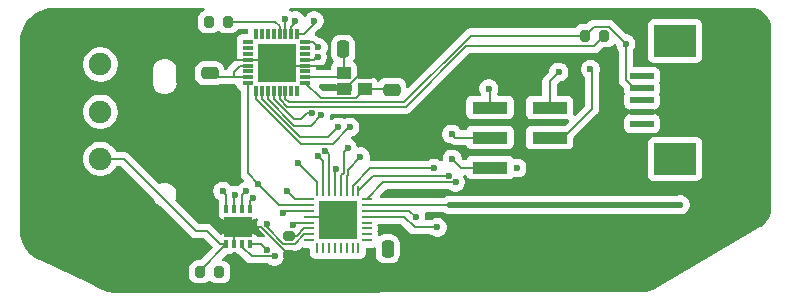
<source format=gbr>
%TF.GenerationSoftware,KiCad,Pcbnew,9.0.0*%
%TF.CreationDate,2026-02-06T13:22:11+01:00*%
%TF.ProjectId,Integrated_ACG_separate_v2,496e7465-6772-4617-9465-645f4143475f,rev?*%
%TF.SameCoordinates,Original*%
%TF.FileFunction,Copper,L4,Bot*%
%TF.FilePolarity,Positive*%
%FSLAX46Y46*%
G04 Gerber Fmt 4.6, Leading zero omitted, Abs format (unit mm)*
G04 Created by KiCad (PCBNEW 9.0.0) date 2026-02-06 13:22:11*
%MOMM*%
%LPD*%
G01*
G04 APERTURE LIST*
G04 Aperture macros list*
%AMRoundRect*
0 Rectangle with rounded corners*
0 $1 Rounding radius*
0 $2 $3 $4 $5 $6 $7 $8 $9 X,Y pos of 4 corners*
0 Add a 4 corners polygon primitive as box body*
4,1,4,$2,$3,$4,$5,$6,$7,$8,$9,$2,$3,0*
0 Add four circle primitives for the rounded corners*
1,1,$1+$1,$2,$3*
1,1,$1+$1,$4,$5*
1,1,$1+$1,$6,$7*
1,1,$1+$1,$8,$9*
0 Add four rect primitives between the rounded corners*
20,1,$1+$1,$2,$3,$4,$5,0*
20,1,$1+$1,$4,$5,$6,$7,0*
20,1,$1+$1,$6,$7,$8,$9,0*
20,1,$1+$1,$8,$9,$2,$3,0*%
G04 Aperture macros list end*
%TA.AperFunction,HeatsinkPad*%
%ADD10C,0.500000*%
%TD*%
%TA.AperFunction,HeatsinkPad*%
%ADD11R,3.300000X3.300000*%
%TD*%
%TA.AperFunction,SMDPad,CuDef*%
%ADD12RoundRect,0.062500X-0.375000X0.062500X-0.375000X-0.062500X0.375000X-0.062500X0.375000X0.062500X0*%
%TD*%
%TA.AperFunction,SMDPad,CuDef*%
%ADD13RoundRect,0.062500X-0.062500X0.375000X-0.062500X-0.375000X0.062500X-0.375000X0.062500X0.375000X0*%
%TD*%
%TA.AperFunction,SMDPad,CuDef*%
%ADD14RoundRect,0.250000X-0.250000X-0.475000X0.250000X-0.475000X0.250000X0.475000X-0.250000X0.475000X0*%
%TD*%
%TA.AperFunction,SMDPad,CuDef*%
%ADD15R,3.000000X1.000000*%
%TD*%
%TA.AperFunction,SMDPad,CuDef*%
%ADD16R,1.150000X1.000000*%
%TD*%
%TA.AperFunction,SMDPad,CuDef*%
%ADD17R,2.000000X0.610000*%
%TD*%
%TA.AperFunction,SMDPad,CuDef*%
%ADD18R,3.600000X2.680000*%
%TD*%
%TA.AperFunction,SMDPad,CuDef*%
%ADD19RoundRect,0.200000X-0.200000X-0.275000X0.200000X-0.275000X0.200000X0.275000X-0.200000X0.275000X0*%
%TD*%
%TA.AperFunction,SMDPad,CuDef*%
%ADD20RoundRect,0.250000X0.250000X0.475000X-0.250000X0.475000X-0.250000X-0.475000X0.250000X-0.475000X0*%
%TD*%
%TA.AperFunction,SMDPad,CuDef*%
%ADD21RoundRect,0.200000X0.200000X0.275000X-0.200000X0.275000X-0.200000X-0.275000X0.200000X-0.275000X0*%
%TD*%
%TA.AperFunction,SMDPad,CuDef*%
%ADD22RoundRect,0.250000X0.475000X-0.250000X0.475000X0.250000X-0.475000X0.250000X-0.475000X-0.250000X0*%
%TD*%
%TA.AperFunction,SMDPad,CuDef*%
%ADD23RoundRect,0.200000X-0.275000X0.200000X-0.275000X-0.200000X0.275000X-0.200000X0.275000X0.200000X0*%
%TD*%
%TA.AperFunction,SMDPad,CuDef*%
%ADD24R,0.850000X0.300000*%
%TD*%
%TA.AperFunction,SMDPad,CuDef*%
%ADD25R,0.300000X0.850000*%
%TD*%
%TA.AperFunction,SMDPad,CuDef*%
%ADD26R,3.200000X3.200000*%
%TD*%
%TA.AperFunction,SMDPad,CuDef*%
%ADD27R,0.305600X0.757199*%
%TD*%
%TA.AperFunction,SMDPad,CuDef*%
%ADD28R,2.438400X1.651000*%
%TD*%
%TA.AperFunction,ComponentPad*%
%ADD29C,1.905000*%
%TD*%
%TA.AperFunction,ViaPad*%
%ADD30C,0.600000*%
%TD*%
%TA.AperFunction,Conductor*%
%ADD31C,0.200000*%
%TD*%
%TA.AperFunction,Conductor*%
%ADD32C,0.500000*%
%TD*%
G04 APERTURE END LIST*
D10*
%TO.P,U1,33,PowerPAD*%
%TO.N,GND*%
X226600000Y-150812500D03*
X227600000Y-150812500D03*
X228600000Y-150812500D03*
X226600000Y-149812500D03*
D11*
X227600000Y-149812500D03*
D10*
X227600000Y-149812500D03*
X228600000Y-149812500D03*
X226600000Y-148812500D03*
X227600000Y-148812500D03*
X228600000Y-148812500D03*
D12*
%TO.P,U1,32,SIN*%
%TO.N,/uController/MOSI*%
X225162500Y-148062500D03*
%TO.P,U1,31,SCLK*%
%TO.N,/uController/SCK*%
X225162500Y-148562500D03*
%TO.P,U1,30,BLANK*%
%TO.N,/LED_Driver/BLANK*%
X225162500Y-149062500D03*
%TO.P,U1,29,GND*%
%TO.N,GND*%
X225162500Y-149562500D03*
%TO.P,U1,28,VCC*%
%TO.N,+5V*%
X225162500Y-150062500D03*
%TO.P,U1,27,IREF*%
%TO.N,Net-(U1-IREF)*%
X225162500Y-150562500D03*
%TO.P,U1,26,XLAT*%
%TO.N,/LED_Driver/LAT*%
X225162500Y-151062500D03*
%TO.P,U1,25,SOUT*%
%TO.N,/LED_Driver/SOUT*%
X225162500Y-151562500D03*
D13*
%TO.P,U1,24,OUT23*%
%TO.N,/LED_Driver/B7*%
X225850000Y-152250000D03*
%TO.P,U1,23,OUT22*%
%TO.N,/LED_Driver/G7*%
X226350000Y-152250000D03*
%TO.P,U1,22,OUT21*%
%TO.N,/LED_Driver/R7*%
X226850000Y-152250000D03*
%TO.P,U1,21,OUT20*%
%TO.N,/LED_Driver/B6*%
X227350000Y-152250000D03*
%TO.P,U1,20,OUT19*%
%TO.N,/LED_Driver/G6*%
X227850000Y-152250000D03*
%TO.P,U1,19,OUT18*%
%TO.N,/LED_Driver/R6*%
X228350000Y-152250000D03*
%TO.P,U1,18,OUT17*%
%TO.N,/LED_Driver/B5*%
X228850000Y-152250000D03*
%TO.P,U1,17,OUT16*%
%TO.N,/LED_Driver/G5*%
X229350000Y-152250000D03*
D12*
%TO.P,U1,16,OUT15*%
%TO.N,/LED_Driver/R5*%
X230037500Y-151562500D03*
%TO.P,U1,15,OUT14*%
%TO.N,/LED_Driver/B4*%
X230037500Y-151062500D03*
%TO.P,U1,14,OUT13*%
%TO.N,/LED_Driver/G4*%
X230037500Y-150562500D03*
%TO.P,U1,13,OUT12*%
%TO.N,/LED_Driver/R4*%
X230037500Y-150062500D03*
%TO.P,U1,12,OUT11*%
%TO.N,/LED_Driver/B3*%
X230037500Y-149562500D03*
%TO.P,U1,11,OUT10*%
%TO.N,/LED_Driver/G3*%
X230037500Y-149062500D03*
%TO.P,U1,10,OUT9*%
%TO.N,/LED_Driver/R3*%
X230037500Y-148562500D03*
%TO.P,U1,9,OUT8*%
%TO.N,/LED_Driver/B2*%
X230037500Y-148062500D03*
D13*
%TO.P,U1,8,OUT7*%
%TO.N,/LED_Driver/G2*%
X229350000Y-147375000D03*
%TO.P,U1,7,OUT6*%
%TO.N,/LED_Driver/R2*%
X228850000Y-147375000D03*
%TO.P,U1,6,OUT5*%
%TO.N,/LED_Driver/B1*%
X228350000Y-147375000D03*
%TO.P,U1,5,OUT4*%
%TO.N,/LED_Driver/G1*%
X227850000Y-147375000D03*
%TO.P,U1,4,OUT3*%
%TO.N,/LED_Driver/R1*%
X227350000Y-147375000D03*
%TO.P,U1,3,OUT2*%
%TO.N,/LED_Driver/B0*%
X226850000Y-147375000D03*
%TO.P,U1,2,OUT1*%
%TO.N,/LED_Driver/G0*%
X226350000Y-147375000D03*
%TO.P,U1,1,OUT0*%
%TO.N,/LED_Driver/R0*%
X225850000Y-147375000D03*
%TD*%
D14*
%TO.P,C3,1*%
%TO.N,/uController/XTAL1*%
X228060000Y-135400000D03*
%TO.P,C3,2*%
%TO.N,GND*%
X229960000Y-135400000D03*
%TD*%
D15*
%TO.P,J2,1,Pin_1*%
%TO.N,GND*%
X245530000Y-145410000D03*
%TO.P,J2,2,Pin_2*%
%TO.N,/uController/MISO*%
X240490000Y-145410000D03*
%TO.P,J2,3,Pin_3*%
%TO.N,/uController/RST*%
X245530000Y-142870000D03*
%TO.P,J2,4,Pin_4*%
%TO.N,/uController/MOSI*%
X240490000Y-142870000D03*
%TO.P,J2,5,Pin_5*%
%TO.N,+5V*%
X245530000Y-140330000D03*
%TO.P,J2,6,Pin_6*%
%TO.N,/uController/SCK*%
X240490000Y-140330000D03*
%TD*%
D16*
%TO.P,Y1,1,1*%
%TO.N,/uController/XTAL1*%
X228130000Y-137390000D03*
%TO.P,Y1,2,2*%
%TO.N,GND*%
X229880000Y-137390000D03*
%TO.P,Y1,3,3*%
%TO.N,/uController/XTAL2*%
X229880000Y-138790000D03*
%TO.P,Y1,4,4*%
%TO.N,GND*%
X228130000Y-138790000D03*
%TD*%
D17*
%TO.P,J3,1,1*%
%TO.N,unconnected-(J3-Pad1)*%
X253360000Y-137690000D03*
%TO.P,J3,2,2*%
%TO.N,Net-(IC1-(PTCXY{slash}AIN1)_PD7)*%
X253360000Y-138690000D03*
%TO.P,J3,3,3*%
%TO.N,unconnected-(J3-Pad3)*%
X253360000Y-139690000D03*
%TO.P,J3,4,4*%
%TO.N,GND*%
X253360000Y-140690000D03*
%TO.P,J3,5,5*%
%TO.N,unconnected-(J3-Pad5)*%
X253360000Y-141690000D03*
D18*
%TO.P,J3,MP1,MP1*%
%TO.N,unconnected-(J3-PadMP1)*%
X256160000Y-134700000D03*
%TO.P,J3,MP2,MP2*%
%TO.N,unconnected-(J3-PadMP2)*%
X256160000Y-144680000D03*
%TD*%
D19*
%TO.P,R2,1*%
%TO.N,+5V*%
X216675000Y-133080000D03*
%TO.P,R2,2*%
%TO.N,/uController/RST*%
X218325000Y-133080000D03*
%TD*%
D20*
%TO.P,C1,1*%
%TO.N,GND*%
X233730000Y-152290000D03*
%TO.P,C1,2*%
%TO.N,+5V*%
X231830000Y-152290000D03*
%TD*%
D21*
%TO.P,R3,1*%
%TO.N,+12V*%
X217575000Y-154250000D03*
%TO.P,R3,2*%
%TO.N,/uController/LIN*%
X215925000Y-154250000D03*
%TD*%
D22*
%TO.P,C2,1*%
%TO.N,+5V*%
X216750000Y-137410000D03*
%TO.P,C2,2*%
%TO.N,GND*%
X216750000Y-135510000D03*
%TD*%
D23*
%TO.P,R1,1*%
%TO.N,Net-(U1-IREF)*%
X223460000Y-151195000D03*
%TO.P,R1,2*%
%TO.N,GND*%
X223460000Y-152845000D03*
%TD*%
D24*
%TO.P,IC1,1,(OC2B/INT1/PTCXY)_PD3*%
%TO.N,/uController/EN*%
X224870000Y-134770000D03*
%TO.P,IC1,2,(XCK0/T0/PTCXY)_PD4*%
%TO.N,unconnected-(IC1-(XCK0{slash}T0{slash}PTCXY)_PD4-Pad2)*%
X224870000Y-135270000D03*
%TO.P,IC1,3,(SDA1/ICP4/ACO/PTCXY)_PE0*%
%TO.N,unconnected-(IC1-(SDA1{slash}ICP4{slash}ACO{slash}PTCXY)_PE0-Pad3)*%
X224870000Y-135770000D03*
%TO.P,IC1,4,VCC*%
%TO.N,+5V*%
X224870000Y-136270000D03*
%TO.P,IC1,5,GND_1*%
%TO.N,GND*%
X224870000Y-136770000D03*
%TO.P,IC1,6,(SCL1/T4/PTCXY)_PE1*%
%TO.N,unconnected-(IC1-(SCL1{slash}T4{slash}PTCXY)_PE1-Pad6)*%
X224870000Y-137270000D03*
%TO.P,IC1,7,(XTAL1/TOSC1)_PB6*%
%TO.N,/uController/XTAL1*%
X224870000Y-137770000D03*
%TO.P,IC1,8,(XTAL2/TOSC2)_PB7*%
%TO.N,/uController/XTAL2*%
X224870000Y-138270000D03*
D25*
%TO.P,IC1,9,(OC0B/T1/PTCXY)_PD5*%
%TO.N,unconnected-(IC1-(OC0B{slash}T1{slash}PTCXY)_PD5-Pad9)*%
X224170000Y-138970000D03*
%TO.P,IC1,10,(OC0A/PTCXY/AIN0)_PD6*%
%TO.N,unconnected-(IC1-(OC0A{slash}PTCXY{slash}AIN0)_PD6-Pad10)*%
X223670000Y-138970000D03*
%TO.P,IC1,11,(PTCXY/AIN1)_PD7*%
%TO.N,Net-(IC1-(PTCXY{slash}AIN1)_PD7)*%
X223170000Y-138970000D03*
%TO.P,IC1,12,(ICP1/CLKO/PTCXY)_PB0*%
%TO.N,Net-(IC1-(ICP1{slash}CLKO{slash}PTCXY)_PB0)*%
X222670000Y-138970000D03*
%TO.P,IC1,13,(OC1A/PTCXY)_PB1*%
%TO.N,/LED_Driver/BLANK*%
X222170000Y-138970000D03*
%TO.P,IC1,14,(~{SS0}/OC1B/PTCXY)_PB2*%
%TO.N,/LED_Driver/LAT*%
X221670000Y-138970000D03*
%TO.P,IC1,15,(MOSI0/TXD1/OC2A/PTCXY)_PB3*%
%TO.N,/uController/MOSI*%
X221170000Y-138970000D03*
%TO.P,IC1,16,(MISO0/RXD1/PTCXY)_PB4*%
%TO.N,/uController/MISO*%
X220670000Y-138970000D03*
D24*
%TO.P,IC1,17,PB5_(PTCXY/XCK1/SCK0)*%
%TO.N,/uController/SCK*%
X219970000Y-138270000D03*
%TO.P,IC1,18,AVCC*%
%TO.N,+5V*%
X219970000Y-137770000D03*
%TO.P,IC1,19,PE2_(ADC6/PTCY/ICP3/~{SS1)}*%
%TO.N,unconnected-(IC1-PE2_(ADC6{slash}PTCY{slash}ICP3{slash}~{SS1)}-Pad19)*%
X219970000Y-137270000D03*
%TO.P,IC1,20,AREF*%
%TO.N,+5V*%
X219970000Y-136770000D03*
%TO.P,IC1,21,GND_2*%
%TO.N,GND*%
X219970000Y-136270000D03*
%TO.P,IC1,22,PE3_(ADC7/PTCY/T3/MOSI1)*%
%TO.N,unconnected-(IC1-PE3_(ADC7{slash}PTCY{slash}T3{slash}MOSI1)-Pad22)*%
X219970000Y-135770000D03*
%TO.P,IC1,23,PC0_(ADC0/PTCY/MISO1)*%
%TO.N,unconnected-(IC1-PC0_(ADC0{slash}PTCY{slash}MISO1)-Pad23)*%
X219970000Y-135270000D03*
%TO.P,IC1,24,PC1_(ADC1/PTCY/SCK1)*%
%TO.N,unconnected-(IC1-PC1_(ADC1{slash}PTCY{slash}SCK1)-Pad24)*%
X219970000Y-134770000D03*
D25*
%TO.P,IC1,25,PC2_(ADC2/PTCY)*%
%TO.N,unconnected-(IC1-PC2_(ADC2{slash}PTCY)-Pad25)*%
X220670000Y-134070000D03*
%TO.P,IC1,26,PC3_(ADC3/PTCY)*%
%TO.N,unconnected-(IC1-PC3_(ADC3{slash}PTCY)-Pad26)*%
X221170000Y-134070000D03*
%TO.P,IC1,27,PC4_(ADC4/PTCY/SDA0)*%
%TO.N,unconnected-(IC1-PC4_(ADC4{slash}PTCY{slash}SDA0)-Pad27)*%
X221670000Y-134070000D03*
%TO.P,IC1,28,PC5_(ADC5/PTCY/SCL0)*%
%TO.N,unconnected-(IC1-PC5_(ADC5{slash}PTCY{slash}SCL0)-Pad28)*%
X222170000Y-134070000D03*
%TO.P,IC1,29,PC6_(~{RESET)}*%
%TO.N,/uController/RST*%
X222670000Y-134070000D03*
%TO.P,IC1,30,PD0_(PTCXY/OC3A/RXD0)*%
%TO.N,/uController/RX*%
X223170000Y-134070000D03*
%TO.P,IC1,31,PD1_(PTCXY/OC4A/TXD0)*%
%TO.N,/uController/TX*%
X223670000Y-134070000D03*
%TO.P,IC1,32,PD2_(PTCXY/INT0/OC3B/OC4B)*%
%TO.N,/uController/RSTN*%
X224170000Y-134070000D03*
D26*
%TO.P,IC1,33,GND_3*%
%TO.N,GND*%
X222420000Y-136520000D03*
%TD*%
D21*
%TO.P,R5,1*%
%TO.N,Net-(IC1-(ICP1{slash}CLKO{slash}PTCXY)_PB0)*%
X250185000Y-134230000D03*
%TO.P,R5,2*%
%TO.N,Net-(IC1-(PTCXY{slash}AIN1)_PD7)*%
X248535000Y-134230000D03*
%TD*%
D22*
%TO.P,C4,1*%
%TO.N,/uController/XTAL2*%
X232170000Y-138810000D03*
%TO.P,C4,2*%
%TO.N,GND*%
X232170000Y-136910000D03*
%TD*%
D27*
%TO.P,U2,1,VBAT*%
%TO.N,+12V*%
X220160000Y-151890000D03*
%TO.P,U2,2,EN*%
%TO.N,/uController/EN*%
X219499600Y-151890000D03*
%TO.P,U2,3,GND*%
%TO.N,GND*%
X218839200Y-151890000D03*
%TO.P,U2,4,LIN*%
%TO.N,/uController/LIN*%
X218178800Y-151890000D03*
%TO.P,U2,5,RXD*%
%TO.N,/uController/RX*%
X218178800Y-148948400D03*
%TO.P,U2,6,TXD*%
%TO.N,/uController/TX*%
X218839200Y-148948400D03*
%TO.P,U2,7,RSTN*%
%TO.N,/uController/RSTN*%
X219499600Y-148948400D03*
%TO.P,U2,8,VCC*%
%TO.N,+5V*%
X220160000Y-148948400D03*
D28*
%TO.P,U2,9,EPAD*%
%TO.N,GND*%
X219169400Y-150419200D03*
%TD*%
D29*
%TO.P,J1,1,Pin_1*%
%TO.N,GND*%
X207510005Y-148679893D03*
%TO.P,J1,2,Pin_2*%
%TO.N,/uController/LIN*%
X207510005Y-144679893D03*
%TO.P,J1,3,Pin_3*%
%TO.N,unconnected-(J1-Pin_3-Pad3)*%
X207510005Y-140679893D03*
%TO.P,J1,4,Pin_4*%
%TO.N,+12V*%
X207510005Y-136679893D03*
%TD*%
D30*
%TO.N,+12V*%
X217575000Y-154250000D03*
%TO.N,+5V*%
X231850000Y-152210000D03*
X216675000Y-133080000D03*
X216750000Y-137410000D03*
X220440000Y-148000000D03*
X223770000Y-150290000D03*
X225898909Y-136048909D03*
X246310000Y-137320000D03*
%TO.N,GND*%
X223460000Y-152845000D03*
X260050000Y-137030000D03*
%TO.N,/uController/RST*%
X218325000Y-133080000D03*
X249000000Y-137090000D03*
%TO.N,/uController/MOSI*%
X227660000Y-141980000D03*
X223270000Y-147380000D03*
X237260000Y-142570000D03*
%TO.N,/LED_Driver/LAT*%
X221600000Y-150150000D03*
X226180000Y-140980000D03*
%TO.N,/uController/RSTN*%
X219820000Y-147430000D03*
X225610000Y-132980000D03*
%TO.N,/uController/TX*%
X218890000Y-147760000D03*
X224020000Y-132990000D03*
%TO.N,/LED_Driver/BLANK*%
X222980000Y-149270000D03*
X225453686Y-140793000D03*
%TO.N,/uController/SCK*%
X240400000Y-138730000D03*
X220840000Y-146780000D03*
%TO.N,/uController/EN*%
X222259000Y-152931000D03*
X225940000Y-135230000D03*
%TO.N,/uController/MISO*%
X228620000Y-142000000D03*
X237280000Y-144690000D03*
%TO.N,/uController/RX*%
X217870000Y-147410000D03*
X223110000Y-132830000D03*
%TO.N,+12V*%
X221600000Y-152380000D03*
%TO.N,/LED_Driver/R0*%
X224250000Y-145040000D03*
%TO.N,/LED_Driver/B0*%
X226527528Y-143979254D03*
%TO.N,/LED_Driver/G0*%
X225900000Y-144390000D03*
%TO.N,/LED_Driver/R1*%
X227450000Y-145570000D03*
%TO.N,/LED_Driver/G1*%
X228440000Y-143740000D03*
%TO.N,/LED_Driver/B1*%
X229520000Y-144510000D03*
%TO.N,/LED_Driver/B2*%
X237570768Y-146650000D03*
%TO.N,/LED_Driver/G2*%
X237050000Y-146100000D03*
%TO.N,/LED_Driver/R2*%
X242777329Y-145450000D03*
X235750000Y-145470000D03*
%TO.N,/LED_Driver/R3*%
X256600000Y-148562500D03*
%TO.N,/LED_Driver/G3*%
X234210000Y-149620000D03*
%TO.N,/LED_Driver/B3*%
X236020000Y-150470000D03*
%TO.N,Net-(IC1-(PTCXY{slash}AIN1)_PD7)*%
X252000000Y-134926648D03*
%TD*%
D31*
%TO.N,/uController/LIN*%
X215925000Y-154143800D02*
X218178800Y-151890000D01*
X215925000Y-154250000D02*
X215925000Y-154143800D01*
%TO.N,/uController/RST*%
X222670000Y-133445000D02*
X222670000Y-134070000D01*
X222305000Y-133080000D02*
X222670000Y-133445000D01*
X218325000Y-133080000D02*
X222305000Y-133080000D01*
%TO.N,GND*%
X217510000Y-136270000D02*
X216750000Y-135510000D01*
X219970000Y-136270000D02*
X217510000Y-136270000D01*
%TO.N,+5V*%
X217110000Y-137770000D02*
X218830000Y-137770000D01*
X216750000Y-137410000D02*
X217110000Y-137770000D01*
%TO.N,/uController/LIN*%
X209464893Y-144679893D02*
X207510005Y-144679893D01*
X216500000Y-150775000D02*
X215560000Y-150775000D01*
X217615000Y-151890000D02*
X216500000Y-150775000D01*
X215560000Y-150775000D02*
X209464893Y-144679893D01*
X218178800Y-151890000D02*
X217615000Y-151890000D01*
%TO.N,+5V*%
X245530000Y-140330000D02*
X245530000Y-140040000D01*
X225801091Y-136048909D02*
X225580000Y-136270000D01*
X219970000Y-136770000D02*
X219345000Y-136770000D01*
X225162500Y-150062500D02*
X223997500Y-150062500D01*
X219345000Y-136770000D02*
X218830000Y-137285000D01*
X218830000Y-137285000D02*
X218830000Y-137770000D01*
X223997500Y-150062500D02*
X223770000Y-150290000D01*
X218830000Y-137770000D02*
X219970000Y-137770000D01*
X225580000Y-136270000D02*
X224870000Y-136270000D01*
X245530000Y-138100000D02*
X246310000Y-137320000D01*
X231830000Y-152230000D02*
X231850000Y-152210000D01*
X225898909Y-136048909D02*
X225801091Y-136048909D01*
X220160000Y-148948400D02*
X220160000Y-148280000D01*
X245530000Y-140330000D02*
X245530000Y-138100000D01*
X220160000Y-148280000D02*
X220440000Y-148000000D01*
X231830000Y-152290000D02*
X231830000Y-152230000D01*
%TO.N,GND*%
X219970000Y-136270000D02*
X222170000Y-136270000D01*
X221069460Y-150419200D02*
X223460000Y-152809740D01*
X219169400Y-150419200D02*
X221069460Y-150419200D01*
X224870000Y-136770000D02*
X226390000Y-136770000D01*
X218839200Y-150749400D02*
X219169400Y-150419200D01*
X228130000Y-138790000D02*
X228205000Y-138790000D01*
X224870000Y-136770000D02*
X222670000Y-136770000D01*
X228205000Y-138790000D02*
X229605000Y-137390000D01*
X218839200Y-151890000D02*
X218839200Y-150749400D01*
X225162500Y-149562500D02*
X227350000Y-149562500D01*
X222670000Y-136770000D02*
X222420000Y-136520000D01*
X223460000Y-152809740D02*
X223460000Y-152845000D01*
X229605000Y-137390000D02*
X229880000Y-137390000D01*
X227350000Y-149562500D02*
X227600000Y-149812500D01*
X222170000Y-136270000D02*
X222420000Y-136520000D01*
%TO.N,/uController/XTAL1*%
X228130000Y-137390000D02*
X228130000Y-135470000D01*
X227750000Y-137770000D02*
X228130000Y-137390000D01*
X224870000Y-137770000D02*
X227750000Y-137770000D01*
X228130000Y-135470000D02*
X228060000Y-135400000D01*
%TO.N,/uController/XTAL2*%
X232150000Y-138790000D02*
X232170000Y-138810000D01*
X224870000Y-138270000D02*
X226141000Y-139541000D01*
X229129000Y-139541000D02*
X229880000Y-138790000D01*
X226141000Y-139541000D02*
X229129000Y-139541000D01*
X229880000Y-138790000D02*
X232150000Y-138790000D01*
%TO.N,/uController/RST*%
X246700000Y-142870000D02*
X245530000Y-142870000D01*
X249160000Y-140410000D02*
X246700000Y-142870000D01*
X249000000Y-137090000D02*
X249160000Y-137250000D01*
X249160000Y-137250000D02*
X249160000Y-140410000D01*
%TO.N,/uController/MOSI*%
X226780000Y-142860000D02*
X224431388Y-142860000D01*
X227660000Y-141980000D02*
X226780000Y-142860000D01*
X240490000Y-142870000D02*
X237560000Y-142870000D01*
X224431388Y-142860000D02*
X221170000Y-139598612D01*
X223952500Y-148062500D02*
X225162500Y-148062500D01*
X221170000Y-139598612D02*
X221170000Y-138970000D01*
X237560000Y-142870000D02*
X237260000Y-142570000D01*
X223270000Y-147380000D02*
X223952500Y-148062500D01*
%TO.N,/LED_Driver/LAT*%
X223996412Y-151846000D02*
X222992648Y-151846000D01*
X225162500Y-151062500D02*
X224779912Y-151062500D01*
X221600000Y-150453352D02*
X221600000Y-150150000D01*
X224460000Y-141860000D02*
X223935000Y-141860000D01*
X226180000Y-140980000D02*
X225310000Y-141850000D01*
X224470000Y-141850000D02*
X224460000Y-141860000D01*
X223935000Y-141860000D02*
X221670000Y-139595000D01*
X221670000Y-139595000D02*
X221670000Y-138970000D01*
X225310000Y-141850000D02*
X224470000Y-141850000D01*
X222992648Y-151846000D02*
X221600000Y-150453352D01*
X224779912Y-151062500D02*
X223996412Y-151846000D01*
%TO.N,/uController/RSTN*%
X224770000Y-134070000D02*
X224170000Y-134070000D01*
X219499600Y-147750400D02*
X219820000Y-147430000D01*
X225610000Y-132980000D02*
X225610000Y-133230000D01*
X225610000Y-133230000D02*
X224770000Y-134070000D01*
X219499600Y-148948400D02*
X219499600Y-147750400D01*
%TO.N,/uController/TX*%
X224020000Y-133180000D02*
X223670000Y-133530000D01*
X224020000Y-132990000D02*
X224020000Y-133180000D01*
X223670000Y-133530000D02*
X223670000Y-134070000D01*
X218839200Y-147810800D02*
X218890000Y-147760000D01*
X218839200Y-148948400D02*
X218839200Y-147810800D01*
%TO.N,/LED_Driver/BLANK*%
X224471000Y-141299000D02*
X223874000Y-141299000D01*
X225162500Y-149062500D02*
X223187500Y-149062500D01*
X223187500Y-149062500D02*
X222980000Y-149270000D01*
X223874000Y-141299000D02*
X222170000Y-139595000D01*
X222170000Y-139595000D02*
X222170000Y-138970000D01*
X225453686Y-140793000D02*
X224977000Y-140793000D01*
X224977000Y-140793000D02*
X224471000Y-141299000D01*
%TO.N,/uController/SCK*%
X240490000Y-140330000D02*
X240490000Y-138820000D01*
X220840000Y-146780000D02*
X219970000Y-145910000D01*
X225162500Y-148562500D02*
X222622500Y-148562500D01*
X222622500Y-148562500D02*
X220840000Y-146780000D01*
X219970000Y-145910000D02*
X219970000Y-138270000D01*
X240490000Y-138820000D02*
X240400000Y-138730000D01*
%TO.N,/uController/EN*%
X225940000Y-135230000D02*
X225480000Y-134770000D01*
X220314801Y-152931000D02*
X222259000Y-152931000D01*
X225480000Y-134770000D02*
X224870000Y-134770000D01*
X219499600Y-152115799D02*
X220314801Y-152931000D01*
X219499600Y-151890000D02*
X219499600Y-152115799D01*
%TO.N,/uController/MISO*%
X228570000Y-142000000D02*
X227160000Y-143410000D01*
X238000000Y-145410000D02*
X237280000Y-144690000D01*
X220670000Y-139595000D02*
X220670000Y-138970000D01*
X227160000Y-143410000D02*
X224485000Y-143410000D01*
X224485000Y-143410000D02*
X220670000Y-139595000D01*
X228620000Y-142000000D02*
X228570000Y-142000000D01*
X240490000Y-145410000D02*
X238000000Y-145410000D01*
%TO.N,/uController/RX*%
X223110000Y-132830000D02*
X223110000Y-133060000D01*
X223110000Y-133060000D02*
X223170000Y-133120000D01*
X218178800Y-147718800D02*
X217870000Y-147410000D01*
X223170000Y-133120000D02*
X223170000Y-134070000D01*
X218178800Y-148948400D02*
X218178800Y-147718800D01*
%TO.N,+12V*%
X220160000Y-151890000D02*
X221110000Y-151890000D01*
X221110000Y-151890000D02*
X221600000Y-152380000D01*
%TO.N,/LED_Driver/R0*%
X224250000Y-145060000D02*
X225850000Y-146660000D01*
X225850000Y-146660000D02*
X225850000Y-147375000D01*
X224250000Y-145040000D02*
X224250000Y-145060000D01*
%TO.N,/LED_Driver/B0*%
X226527528Y-143979254D02*
X226850000Y-144301726D01*
X226850000Y-144301726D02*
X226850000Y-147375000D01*
%TO.N,/LED_Driver/G0*%
X225900000Y-144390000D02*
X226350000Y-144840000D01*
X226350000Y-144840000D02*
X226350000Y-147375000D01*
%TO.N,/LED_Driver/R1*%
X227350000Y-147375000D02*
X227350000Y-145670000D01*
X227350000Y-145670000D02*
X227450000Y-145570000D01*
%TO.N,/LED_Driver/G1*%
X228100000Y-144080000D02*
X228100000Y-145860000D01*
X228100000Y-145860000D02*
X227900000Y-146060000D01*
X228440000Y-143740000D02*
X228100000Y-144080000D01*
X227850000Y-146992412D02*
X227850000Y-147375000D01*
X227900000Y-146060000D02*
X227900000Y-146942412D01*
X227900000Y-146942412D02*
X227850000Y-146992412D01*
%TO.N,/LED_Driver/B1*%
X228350000Y-147375000D02*
X228350000Y-146106389D01*
X228451000Y-146005388D02*
X228451000Y-145579000D01*
X228350000Y-146106389D02*
X228451000Y-146005388D01*
X228451000Y-145579000D02*
X229520000Y-144510000D01*
%TO.N,/LED_Driver/B2*%
X237570768Y-146650000D02*
X231450000Y-146650000D01*
X231450000Y-146650000D02*
X230037500Y-148062500D01*
%TO.N,/LED_Driver/G2*%
X237050000Y-146100000D02*
X230625000Y-146100000D01*
X230625000Y-146100000D02*
X229350000Y-147375000D01*
%TO.N,/LED_Driver/R2*%
X235750000Y-145470000D02*
X230372412Y-145470000D01*
X230372412Y-145470000D02*
X228850000Y-146992412D01*
X228850000Y-146992412D02*
X228850000Y-147375000D01*
D32*
%TO.N,/LED_Driver/R3*%
X256600000Y-148562500D02*
X236990000Y-148562500D01*
D31*
X230037500Y-148562500D02*
X236990000Y-148562500D01*
%TO.N,/LED_Driver/G3*%
X230037500Y-149062500D02*
X233652500Y-149062500D01*
X233652500Y-149062500D02*
X234210000Y-149620000D01*
%TO.N,/LED_Driver/B3*%
X234110000Y-150470000D02*
X236020000Y-150470000D01*
X230037500Y-149562500D02*
X233202500Y-149562500D01*
X233202500Y-149562500D02*
X234110000Y-150470000D01*
%TO.N,Net-(U1-IREF)*%
X224779912Y-150562500D02*
X225162500Y-150562500D01*
X224147412Y-151195000D02*
X224779912Y-150562500D01*
X223460000Y-151195000D02*
X224147412Y-151195000D01*
%TO.N,Net-(IC1-(PTCXY{slash}AIN1)_PD7)*%
X252000000Y-138025000D02*
X252000000Y-134926648D01*
X252665000Y-138690000D02*
X252000000Y-138025000D01*
X233208000Y-139892000D02*
X225995612Y-139892000D01*
X248535000Y-134230000D02*
X238870000Y-134230000D01*
X250577352Y-133504000D02*
X249261000Y-133504000D01*
X252000000Y-134926648D02*
X250577352Y-133504000D01*
X225992612Y-139889000D02*
X223464000Y-139889000D01*
X223464000Y-139889000D02*
X223170000Y-139595000D01*
X223170000Y-139595000D02*
X223170000Y-138970000D01*
X225995612Y-139892000D02*
X225992612Y-139889000D01*
X249261000Y-133504000D02*
X248535000Y-134230000D01*
X253360000Y-138690000D02*
X252665000Y-138690000D01*
X252000000Y-134926648D02*
X251938352Y-134865000D01*
X238870000Y-134230000D02*
X233208000Y-139892000D01*
%TO.N,Net-(IC1-(ICP1{slash}CLKO{slash}PTCXY)_PB0)*%
X223321611Y-140243000D02*
X233353389Y-140243000D01*
X238456389Y-135140000D02*
X249275000Y-135140000D01*
X222670000Y-139591388D02*
X223321611Y-140243000D01*
X249275000Y-135140000D02*
X250185000Y-134230000D01*
X233353389Y-140243000D02*
X238456389Y-135140000D01*
X222670000Y-138970000D02*
X222670000Y-139591388D01*
%TD*%
%TA.AperFunction,Conductor*%
%TO.N,GND*%
G36*
X262516064Y-131880944D02*
G01*
X262848923Y-131913727D01*
X262872748Y-131918466D01*
X263186963Y-132013780D01*
X263209418Y-132023081D01*
X263498998Y-132177862D01*
X263519198Y-132191359D01*
X263699643Y-132339443D01*
X263773019Y-132399660D01*
X263790207Y-132416848D01*
X263998509Y-132670656D01*
X264012013Y-132690866D01*
X264024923Y-132715018D01*
X264166797Y-132980435D01*
X264176100Y-133002892D01*
X264271421Y-133317096D01*
X264276164Y-133340937D01*
X264308903Y-133673254D01*
X264309500Y-133685411D01*
X264309500Y-148886828D01*
X264309028Y-148897639D01*
X264283099Y-149193918D01*
X264279345Y-149215203D01*
X264203770Y-149497227D01*
X264196377Y-149517538D01*
X264072976Y-149782155D01*
X264062168Y-149800874D01*
X263894690Y-150040044D01*
X263880796Y-150056601D01*
X263674337Y-150263051D01*
X263657779Y-150276944D01*
X263413751Y-150447806D01*
X263404636Y-150453614D01*
X263395343Y-150458980D01*
X263395334Y-150458985D01*
X263363205Y-150477532D01*
X263363206Y-150477533D01*
X254255778Y-155735568D01*
X254246180Y-155740564D01*
X253976639Y-155866242D01*
X253956330Y-155873633D01*
X253674305Y-155949198D01*
X253653022Y-155952951D01*
X253356671Y-155978883D01*
X253345920Y-155979355D01*
X253345725Y-155979355D01*
X253297627Y-155979356D01*
X253297588Y-155979377D01*
X253281562Y-155979385D01*
X253281561Y-155979384D01*
X253281559Y-155979385D01*
X208707952Y-155999150D01*
X208683857Y-155996620D01*
X208637839Y-155999016D01*
X208631449Y-155999184D01*
X208624948Y-155999187D01*
X208620187Y-155999098D01*
X208384861Y-155990164D01*
X208362756Y-155987320D01*
X208134676Y-155936815D01*
X208113438Y-155930061D01*
X207896888Y-155839042D01*
X207892537Y-155837114D01*
X207886096Y-155834111D01*
X207880367Y-155831258D01*
X207839668Y-155809659D01*
X207816778Y-155801788D01*
X207674769Y-155735568D01*
X206580927Y-155225499D01*
X202365615Y-153259859D01*
X202365615Y-153259860D01*
X202365611Y-153259858D01*
X202352722Y-153253848D01*
X202352718Y-153253846D01*
X202320895Y-153239006D01*
X202313080Y-153235019D01*
X201977879Y-153048744D01*
X201963175Y-153039150D01*
X201959534Y-153036388D01*
X201887983Y-152982104D01*
X201661191Y-152810042D01*
X201647981Y-152798458D01*
X201480792Y-152629439D01*
X201381407Y-152528966D01*
X201369969Y-152515632D01*
X201144158Y-152211166D01*
X201134721Y-152196354D01*
X200954205Y-151863023D01*
X200946966Y-151847046D01*
X200815371Y-151491538D01*
X200810457Y-151474677D01*
X200730432Y-151104149D01*
X200727952Y-151086781D01*
X200700810Y-150704583D01*
X200700500Y-150695940D01*
X200700501Y-150646156D01*
X200700464Y-150646091D01*
X200700453Y-150629878D01*
X200700461Y-150629857D01*
X200700453Y-150629792D01*
X200700453Y-140536780D01*
X206057005Y-140536780D01*
X206057005Y-140823005D01*
X206112841Y-141103709D01*
X206112843Y-141103717D01*
X206222371Y-141368143D01*
X206222376Y-141368152D01*
X206381386Y-141606125D01*
X206381389Y-141606129D01*
X206583768Y-141808508D01*
X206583772Y-141808511D01*
X206821745Y-141967521D01*
X206821751Y-141967524D01*
X206821752Y-141967525D01*
X207086181Y-142077055D01*
X207366892Y-142132892D01*
X207366895Y-142132893D01*
X207366897Y-142132893D01*
X207653115Y-142132893D01*
X207653116Y-142132892D01*
X207933829Y-142077055D01*
X208198258Y-141967525D01*
X208436238Y-141808511D01*
X208638623Y-141606126D01*
X208797637Y-141368146D01*
X208907167Y-141103717D01*
X208963005Y-140823001D01*
X208963005Y-140536785D01*
X208963005Y-140536782D01*
X208963004Y-140536780D01*
X208949016Y-140466459D01*
X208907167Y-140256069D01*
X208797637Y-139991640D01*
X208797636Y-139991639D01*
X208797633Y-139991633D01*
X208638623Y-139753660D01*
X208638620Y-139753656D01*
X208436241Y-139551277D01*
X208436237Y-139551274D01*
X208198264Y-139392264D01*
X208198255Y-139392259D01*
X207933829Y-139282731D01*
X207933821Y-139282729D01*
X207653116Y-139226893D01*
X207653113Y-139226893D01*
X207366897Y-139226893D01*
X207366894Y-139226893D01*
X207086188Y-139282729D01*
X207086180Y-139282731D01*
X206821754Y-139392259D01*
X206821745Y-139392264D01*
X206583772Y-139551274D01*
X206583768Y-139551277D01*
X206381389Y-139753656D01*
X206381386Y-139753660D01*
X206222376Y-139991633D01*
X206222371Y-139991642D01*
X206112843Y-140256068D01*
X206112841Y-140256076D01*
X206057005Y-140536780D01*
X200700453Y-140536780D01*
X200700453Y-138137238D01*
X211946425Y-138137238D01*
X211946778Y-138204292D01*
X211946780Y-138204944D01*
X211946780Y-138253952D01*
X211947121Y-138257334D01*
X211947538Y-138336951D01*
X211947539Y-138336957D01*
X212017051Y-138591044D01*
X212149950Y-138818476D01*
X212149953Y-138818480D01*
X212337193Y-139003771D01*
X212566008Y-139134289D01*
X212820807Y-139201139D01*
X212820812Y-139201138D01*
X212820813Y-139201139D01*
X212942385Y-139200504D01*
X213084226Y-139199765D01*
X213338314Y-139130262D01*
X213565756Y-138997365D01*
X213751053Y-138810131D01*
X213881578Y-138581319D01*
X213948435Y-138326522D01*
X213947757Y-138195775D01*
X213947755Y-138195132D01*
X213947755Y-137270330D01*
X213947766Y-137253726D01*
X213947768Y-137253724D01*
X213947768Y-137251329D01*
X213947819Y-137251203D01*
X213947819Y-137200000D01*
X213947820Y-137200000D01*
X213947819Y-137068277D01*
X213879633Y-136813807D01*
X213747907Y-136585657D01*
X213561620Y-136399375D01*
X213561617Y-136399373D01*
X213561616Y-136399372D01*
X213561615Y-136399371D01*
X213333468Y-136267657D01*
X213333470Y-136267657D01*
X213251920Y-136245808D01*
X213078994Y-136199477D01*
X213078993Y-136199477D01*
X212815547Y-136199484D01*
X212561078Y-136267678D01*
X212332934Y-136399409D01*
X212332931Y-136399412D01*
X212146656Y-136585704D01*
X212014946Y-136813856D01*
X212014942Y-136813866D01*
X211946774Y-137068327D01*
X211946773Y-137068333D01*
X211946780Y-137195389D01*
X211946780Y-138134487D01*
X211946425Y-138137238D01*
X200700453Y-138137238D01*
X200700453Y-136536780D01*
X206057005Y-136536780D01*
X206057005Y-136823005D01*
X206112841Y-137103709D01*
X206112843Y-137103717D01*
X206222371Y-137368143D01*
X206222376Y-137368152D01*
X206381386Y-137606125D01*
X206381389Y-137606129D01*
X206583768Y-137808508D01*
X206583772Y-137808511D01*
X206821745Y-137967521D01*
X206821754Y-137967526D01*
X206881657Y-137992338D01*
X207086181Y-138077055D01*
X207310335Y-138121642D01*
X207366892Y-138132892D01*
X207366895Y-138132893D01*
X207366897Y-138132893D01*
X207653115Y-138132893D01*
X207653116Y-138132892D01*
X207933829Y-138077055D01*
X208012924Y-138044293D01*
X208068403Y-138021313D01*
X208068405Y-138021312D01*
X208158356Y-137984053D01*
X208198258Y-137967525D01*
X208436238Y-137808511D01*
X208638623Y-137606126D01*
X208797637Y-137368146D01*
X208907167Y-137103717D01*
X208963005Y-136823001D01*
X208963005Y-136536785D01*
X208963005Y-136536782D01*
X208963004Y-136536780D01*
X208957968Y-136511461D01*
X208907167Y-136256069D01*
X208797637Y-135991640D01*
X208797636Y-135991639D01*
X208797633Y-135991633D01*
X208638623Y-135753660D01*
X208638620Y-135753656D01*
X208436241Y-135551277D01*
X208436237Y-135551274D01*
X208198264Y-135392264D01*
X208198255Y-135392259D01*
X207933829Y-135282731D01*
X207933821Y-135282729D01*
X207653116Y-135226893D01*
X207653113Y-135226893D01*
X207366897Y-135226893D01*
X207366894Y-135226893D01*
X207086188Y-135282729D01*
X207086180Y-135282731D01*
X206821754Y-135392259D01*
X206821745Y-135392264D01*
X206583772Y-135551274D01*
X206583768Y-135551277D01*
X206381389Y-135753656D01*
X206381386Y-135753660D01*
X206222376Y-135991633D01*
X206222371Y-135991642D01*
X206112843Y-136256068D01*
X206112841Y-136256076D01*
X206057005Y-136536780D01*
X200700453Y-136536780D01*
X200700453Y-134770279D01*
X200700464Y-134753906D01*
X200700501Y-134753844D01*
X200700500Y-134704917D01*
X200700503Y-134704908D01*
X200700885Y-134695245D01*
X200734437Y-134270387D01*
X200737499Y-134251123D01*
X200836183Y-133841560D01*
X200842234Y-133823007D01*
X201003988Y-133434014D01*
X201012881Y-133416635D01*
X201233689Y-133057869D01*
X201245191Y-133042110D01*
X201519593Y-132722440D01*
X201533426Y-132708684D01*
X201854604Y-132436057D01*
X201870422Y-132424645D01*
X202230418Y-132205816D01*
X202247838Y-132197025D01*
X202637720Y-132037424D01*
X202656296Y-132031478D01*
X203066412Y-131935057D01*
X203085688Y-131932103D01*
X203510727Y-131900900D01*
X203519706Y-131900568D01*
X203520060Y-131900567D01*
X203569326Y-131900841D01*
X203569872Y-131900528D01*
X203585710Y-131900516D01*
X203586459Y-131900516D01*
X203586472Y-131900521D01*
X203586511Y-131900516D01*
X216203005Y-131896197D01*
X216290697Y-131932486D01*
X216327046Y-132020155D01*
X216290757Y-132107848D01*
X216257507Y-132131597D01*
X216062325Y-132227016D01*
X215897014Y-132392327D01*
X215794339Y-132602354D01*
X215794338Y-132602356D01*
X215794338Y-132602358D01*
X215774500Y-132738519D01*
X215774500Y-132738523D01*
X215774500Y-132738524D01*
X215774500Y-133421475D01*
X215794338Y-133557644D01*
X215794339Y-133557647D01*
X215897014Y-133767672D01*
X216062327Y-133932985D01*
X216190205Y-133995500D01*
X216272358Y-134035662D01*
X216408519Y-134055500D01*
X216941480Y-134055499D01*
X217077642Y-134035662D01*
X217077644Y-134035660D01*
X217077647Y-134035660D01*
X217287672Y-133932985D01*
X217287674Y-133932983D01*
X217412319Y-133808339D01*
X217500000Y-133772020D01*
X217587681Y-133808339D01*
X217712327Y-133932985D01*
X217840205Y-133995500D01*
X217922358Y-134035662D01*
X218058519Y-134055500D01*
X218591480Y-134055499D01*
X218727642Y-134035662D01*
X218727644Y-134035660D01*
X218727647Y-134035660D01*
X218937672Y-133932985D01*
X219102985Y-133767672D01*
X219111605Y-133750040D01*
X219182742Y-133687219D01*
X219223005Y-133680500D01*
X219895500Y-133680500D01*
X219983181Y-133716819D01*
X220019500Y-133804500D01*
X220019500Y-133995500D01*
X219983181Y-134083181D01*
X219895500Y-134119500D01*
X219495710Y-134119500D01*
X219349712Y-134148540D01*
X219184160Y-134259160D01*
X219073540Y-134424715D01*
X219073538Y-134424719D01*
X219044500Y-134570702D01*
X219044500Y-134969290D01*
X219049775Y-134995812D01*
X219049775Y-135044182D01*
X219044500Y-135070707D01*
X219044500Y-135469290D01*
X219049775Y-135495812D01*
X219049775Y-135544182D01*
X219044500Y-135570707D01*
X219044500Y-135969289D01*
X219049776Y-135995812D01*
X219068929Y-136092105D01*
X219075923Y-136127263D01*
X219071387Y-136128165D01*
X219071376Y-136205002D01*
X219018822Y-136264920D01*
X218976287Y-136289477D01*
X218976282Y-136289481D01*
X218349481Y-136916282D01*
X218349479Y-136916285D01*
X218321048Y-136965529D01*
X218321044Y-136965535D01*
X218318876Y-136969292D01*
X218270423Y-137053215D01*
X218260803Y-137089115D01*
X218255578Y-137099835D01*
X218228294Y-137123983D01*
X218206115Y-137152888D01*
X218191088Y-137156914D01*
X218184511Y-137162736D01*
X218172168Y-137161983D01*
X218144116Y-137169500D01*
X218094503Y-137169500D01*
X218006822Y-137133181D01*
X217971799Y-137063380D01*
X217954245Y-136942894D01*
X217844239Y-136717872D01*
X217844237Y-136717870D01*
X217844237Y-136717869D01*
X217667130Y-136540762D01*
X217442104Y-136430754D01*
X217296223Y-136409500D01*
X217296222Y-136409500D01*
X216203778Y-136409500D01*
X216203777Y-136409500D01*
X216057895Y-136430754D01*
X215832869Y-136540762D01*
X215655762Y-136717869D01*
X215545754Y-136942895D01*
X215524500Y-137088777D01*
X215524500Y-137731222D01*
X215545754Y-137877104D01*
X215655762Y-138102130D01*
X215832869Y-138279237D01*
X215832870Y-138279237D01*
X215832872Y-138279239D01*
X216057894Y-138389245D01*
X216088581Y-138393716D01*
X216203777Y-138410500D01*
X216203778Y-138410500D01*
X217296223Y-138410500D01*
X217442101Y-138389246D01*
X217442101Y-138389245D01*
X217442106Y-138389245D01*
X217454678Y-138383098D01*
X217509137Y-138370500D01*
X218750943Y-138370500D01*
X218923086Y-138370500D01*
X219010767Y-138406819D01*
X219044703Y-138470308D01*
X219053493Y-138514499D01*
X219073540Y-138615286D01*
X219118878Y-138683138D01*
X219184160Y-138780840D01*
X219314391Y-138867857D01*
X219367117Y-138946768D01*
X219369500Y-138970959D01*
X219369500Y-145823330D01*
X219369499Y-145823348D01*
X219369499Y-145989054D01*
X219369498Y-145989054D01*
X219410423Y-146141785D01*
X219432197Y-146179497D01*
X219432198Y-146179501D01*
X219489475Y-146278709D01*
X219489481Y-146278717D01*
X219608349Y-146397585D01*
X219608355Y-146397590D01*
X219661843Y-146451078D01*
X219698162Y-146538759D01*
X219661843Y-146626440D01*
X219606257Y-146658533D01*
X219585656Y-146664054D01*
X219511014Y-146684054D01*
X219328485Y-146789439D01*
X219328483Y-146789440D01*
X219174592Y-146943331D01*
X219086911Y-146979649D01*
X219054818Y-146975424D01*
X219020194Y-146966146D01*
X218995388Y-146959500D01*
X218784612Y-146959500D01*
X218659690Y-146992972D01*
X218565596Y-146980584D01*
X218520210Y-146935198D01*
X218510559Y-146918482D01*
X218361520Y-146769443D01*
X218361518Y-146769441D01*
X218295394Y-146731264D01*
X218178984Y-146664054D01*
X218178985Y-146664054D01*
X218158384Y-146658534D01*
X217975388Y-146609500D01*
X217764612Y-146609500D01*
X217581616Y-146658534D01*
X217561015Y-146664054D01*
X217378485Y-146769439D01*
X217378479Y-146769443D01*
X217229443Y-146918479D01*
X217229439Y-146918485D01*
X217124054Y-147101015D01*
X217124053Y-147101019D01*
X217069500Y-147304612D01*
X217069500Y-147515388D01*
X217098000Y-147621750D01*
X217124054Y-147718984D01*
X217180386Y-147816553D01*
X217229441Y-147901518D01*
X217378482Y-148050559D01*
X217516300Y-148130128D01*
X217526500Y-148143421D01*
X217541981Y-148149834D01*
X217554368Y-148179738D01*
X217574075Y-148205421D01*
X217578300Y-148237515D01*
X217578300Y-148301340D01*
X217557404Y-148370228D01*
X217554539Y-148374515D01*
X217525500Y-148520504D01*
X217525500Y-149376289D01*
X217554540Y-149522287D01*
X217621122Y-149621932D01*
X217665160Y-149687840D01*
X217830715Y-149798460D01*
X217830718Y-149798460D01*
X217830719Y-149798461D01*
X217872788Y-149806829D01*
X217976707Y-149827500D01*
X218380892Y-149827499D01*
X218380894Y-149827499D01*
X218456297Y-149812500D01*
X218484807Y-149806829D01*
X218533190Y-149806829D01*
X218637107Y-149827500D01*
X219041292Y-149827499D01*
X219041294Y-149827499D01*
X219116697Y-149812500D01*
X219145207Y-149806829D01*
X219193590Y-149806829D01*
X219297507Y-149827500D01*
X219701692Y-149827499D01*
X219701694Y-149827499D01*
X219777097Y-149812500D01*
X219805607Y-149806829D01*
X219853990Y-149806829D01*
X219957907Y-149827500D01*
X220362092Y-149827499D01*
X220508085Y-149798460D01*
X220508086Y-149798459D01*
X220508087Y-149798459D01*
X220571426Y-149756137D01*
X220670942Y-149689642D01*
X220764022Y-149671127D01*
X220842933Y-149723854D01*
X220861449Y-149816936D01*
X220854399Y-149840181D01*
X220854056Y-149841008D01*
X220854053Y-149841018D01*
X220854053Y-149841019D01*
X220799500Y-150044612D01*
X220799500Y-150255388D01*
X220852615Y-150453614D01*
X220854053Y-150458980D01*
X220854054Y-150458984D01*
X220903928Y-150545367D01*
X220959441Y-150641518D01*
X220959443Y-150641520D01*
X221079917Y-150761994D01*
X221085076Y-150767476D01*
X221093369Y-150776843D01*
X221119480Y-150822068D01*
X221231284Y-150933872D01*
X221231286Y-150933873D01*
X221241018Y-150943605D01*
X221405307Y-151107894D01*
X221441626Y-151195575D01*
X221405307Y-151283256D01*
X221317626Y-151319575D01*
X221285533Y-151315350D01*
X221263242Y-151309377D01*
X221189057Y-151289499D01*
X221030943Y-151289499D01*
X221023347Y-151289499D01*
X221023331Y-151289500D01*
X220832755Y-151289500D01*
X220745074Y-151253181D01*
X220729657Y-151234396D01*
X220673640Y-151150560D01*
X220663397Y-151143716D01*
X220576652Y-151085755D01*
X220508085Y-151039940D01*
X220508083Y-151039939D01*
X220508080Y-151039938D01*
X220362096Y-151010900D01*
X219957907Y-151010900D01*
X219853987Y-151031570D01*
X219805607Y-151031569D01*
X219701695Y-151010900D01*
X219297510Y-151010900D01*
X219151512Y-151039940D01*
X218985960Y-151150560D01*
X218942302Y-151215899D01*
X218863391Y-151268625D01*
X218770309Y-151250110D01*
X218736098Y-151215899D01*
X218721316Y-151193776D01*
X218692440Y-151150560D01*
X218526885Y-151039940D01*
X218526883Y-151039939D01*
X218526880Y-151039938D01*
X218380896Y-151010900D01*
X217976710Y-151010900D01*
X217830712Y-151039940D01*
X217785520Y-151070137D01*
X217692438Y-151088651D01*
X217628950Y-151054715D01*
X216987590Y-150413355D01*
X216987588Y-150413352D01*
X216868717Y-150294481D01*
X216868709Y-150294475D01*
X216750398Y-150226169D01*
X216750395Y-150226168D01*
X216731785Y-150215423D01*
X216722242Y-150212866D01*
X216579057Y-150174499D01*
X216420943Y-150174499D01*
X216413347Y-150174499D01*
X216413331Y-150174500D01*
X215860097Y-150174500D01*
X215772416Y-150138181D01*
X213888604Y-148254369D01*
X213852285Y-148166688D01*
X213868898Y-148104688D01*
X213879585Y-148086178D01*
X213947768Y-147831718D01*
X213947768Y-147568282D01*
X213879585Y-147313822D01*
X213747867Y-147085679D01*
X213561589Y-146899401D01*
X213561588Y-146899400D01*
X213561585Y-146899398D01*
X213333448Y-146767684D01*
X213333447Y-146767683D01*
X213269831Y-146750637D01*
X213078986Y-146699500D01*
X212815550Y-146699500D01*
X212624705Y-146750637D01*
X212561089Y-146767683D01*
X212542575Y-146778372D01*
X212448481Y-146790756D01*
X212392898Y-146758663D01*
X209952483Y-144318248D01*
X209952481Y-144318245D01*
X209833610Y-144199374D01*
X209833609Y-144199373D01*
X209732995Y-144141284D01*
X209732995Y-144141283D01*
X209696676Y-144120315D01*
X209640774Y-144105336D01*
X209543950Y-144079392D01*
X209385836Y-144079392D01*
X209378240Y-144079392D01*
X209378224Y-144079393D01*
X208916839Y-144079393D01*
X208829158Y-144043074D01*
X208802277Y-144002843D01*
X208797637Y-143991642D01*
X208797637Y-143991640D01*
X208797636Y-143991638D01*
X208797635Y-143991636D01*
X208638623Y-143753660D01*
X208638620Y-143753656D01*
X208436241Y-143551277D01*
X208436237Y-143551274D01*
X208198264Y-143392264D01*
X208198255Y-143392259D01*
X207933829Y-143282731D01*
X207933821Y-143282729D01*
X207653116Y-143226893D01*
X207653113Y-143226893D01*
X207366897Y-143226893D01*
X207366894Y-143226893D01*
X207086188Y-143282729D01*
X207086180Y-143282731D01*
X206821754Y-143392259D01*
X206821745Y-143392264D01*
X206583772Y-143551274D01*
X206583768Y-143551277D01*
X206381389Y-143753656D01*
X206381386Y-143753660D01*
X206222376Y-143991633D01*
X206222371Y-143991642D01*
X206112843Y-144256068D01*
X206112841Y-144256076D01*
X206057005Y-144536780D01*
X206057005Y-144823005D01*
X206112841Y-145103709D01*
X206112843Y-145103717D01*
X206222371Y-145368143D01*
X206222376Y-145368152D01*
X206381386Y-145606125D01*
X206381389Y-145606129D01*
X206583768Y-145808508D01*
X206583772Y-145808511D01*
X206821745Y-145967521D01*
X206821751Y-145967524D01*
X206821752Y-145967525D01*
X207086181Y-146077055D01*
X207366892Y-146132892D01*
X207366895Y-146132893D01*
X207366897Y-146132893D01*
X207653115Y-146132893D01*
X207653116Y-146132892D01*
X207933829Y-146077055D01*
X208198258Y-145967525D01*
X208436238Y-145808511D01*
X208638623Y-145606126D01*
X208797637Y-145368146D01*
X208802277Y-145356942D01*
X208819718Y-145339500D01*
X208829158Y-145316712D01*
X208851944Y-145307273D01*
X208869384Y-145289833D01*
X208916839Y-145280393D01*
X209164796Y-145280393D01*
X209252477Y-145316712D01*
X211993855Y-148058090D01*
X212013561Y-148083771D01*
X212146666Y-148314317D01*
X212146668Y-148314320D01*
X212146669Y-148314321D01*
X212332947Y-148500599D01*
X212332948Y-148500600D01*
X212332950Y-148500601D01*
X212563496Y-148633706D01*
X212589177Y-148653412D01*
X215075139Y-151139374D01*
X215075149Y-151139385D01*
X215079479Y-151143715D01*
X215079480Y-151143716D01*
X215191284Y-151255520D01*
X215250136Y-151289498D01*
X215250138Y-151289500D01*
X215250138Y-151289499D01*
X215328215Y-151334577D01*
X215480943Y-151375501D01*
X215480946Y-151375501D01*
X215646653Y-151375501D01*
X215646669Y-151375500D01*
X216199903Y-151375500D01*
X216287584Y-151411819D01*
X216959983Y-152084218D01*
X216996302Y-152171899D01*
X216959983Y-152259580D01*
X215981382Y-153238181D01*
X215893702Y-153274500D01*
X215658524Y-153274500D01*
X215522355Y-153294338D01*
X215522352Y-153294339D01*
X215312327Y-153397014D01*
X215147014Y-153562327D01*
X215044339Y-153772354D01*
X215044339Y-153772355D01*
X215044338Y-153772358D01*
X215024500Y-153908519D01*
X215024500Y-153908523D01*
X215024500Y-153908524D01*
X215024500Y-154591475D01*
X215044338Y-154727644D01*
X215044339Y-154727647D01*
X215147014Y-154937672D01*
X215312327Y-155102985D01*
X215513402Y-155201284D01*
X215522358Y-155205662D01*
X215658519Y-155225500D01*
X216191480Y-155225499D01*
X216327642Y-155205662D01*
X216327644Y-155205660D01*
X216327647Y-155205660D01*
X216537672Y-155102985D01*
X216537674Y-155102983D01*
X216662319Y-154978339D01*
X216750000Y-154942020D01*
X216837681Y-154978339D01*
X216962327Y-155102985D01*
X217163402Y-155201284D01*
X217172358Y-155205662D01*
X217308519Y-155225500D01*
X217841480Y-155225499D01*
X217977642Y-155205662D01*
X217977644Y-155205660D01*
X217977647Y-155205660D01*
X218187672Y-155102985D01*
X218352985Y-154937672D01*
X218403228Y-154834896D01*
X218455662Y-154727642D01*
X218475500Y-154591481D01*
X218475499Y-153908520D01*
X218455662Y-153772358D01*
X218455661Y-153772355D01*
X218455660Y-153772352D01*
X218352985Y-153562327D01*
X218187672Y-153397014D01*
X217977644Y-153294338D01*
X217977641Y-153294337D01*
X217913264Y-153284958D01*
X217831735Y-153236378D01*
X217808438Y-153144376D01*
X217843459Y-153074575D01*
X218112617Y-152805418D01*
X218200298Y-152769099D01*
X218380890Y-152769099D01*
X218380892Y-152769099D01*
X218526885Y-152740060D01*
X218526886Y-152740059D01*
X218526887Y-152740059D01*
X218573284Y-152709057D01*
X218692440Y-152629440D01*
X218736098Y-152564100D01*
X218815006Y-152511374D01*
X218908088Y-152529888D01*
X218942301Y-152564100D01*
X218956789Y-152585783D01*
X218985960Y-152629440D01*
X219151515Y-152740060D01*
X219151518Y-152740060D01*
X219151519Y-152740061D01*
X219268303Y-152763291D01*
X219331793Y-152797227D01*
X219829940Y-153295374D01*
X219829950Y-153295385D01*
X219834280Y-153299715D01*
X219834281Y-153299716D01*
X219946085Y-153411520D01*
X220021241Y-153454911D01*
X220021243Y-153454913D01*
X220021243Y-153454912D01*
X220083016Y-153490577D01*
X220235743Y-153531500D01*
X220235744Y-153531500D01*
X221676061Y-153531500D01*
X221760985Y-153566677D01*
X221761036Y-153566612D01*
X221761279Y-153566799D01*
X221763742Y-153567819D01*
X221767482Y-153571559D01*
X221895787Y-153645636D01*
X221950015Y-153676945D01*
X221950016Y-153676945D01*
X221950019Y-153676947D01*
X222153612Y-153731500D01*
X222153615Y-153731500D01*
X222364385Y-153731500D01*
X222364388Y-153731500D01*
X222567981Y-153676947D01*
X222750518Y-153571559D01*
X222899559Y-153422518D01*
X223004947Y-153239981D01*
X223059500Y-153036388D01*
X223059500Y-152825612D01*
X223004947Y-152622019D01*
X223004945Y-152622016D01*
X223004945Y-152622014D01*
X223003261Y-152617948D01*
X223003261Y-152615729D01*
X223002843Y-152614169D01*
X223003261Y-152614056D01*
X223003265Y-152523043D01*
X223070376Y-152455937D01*
X223117824Y-152446500D01*
X223909743Y-152446500D01*
X223909759Y-152446501D01*
X223917355Y-152446501D01*
X224075466Y-152446501D01*
X224075469Y-152446501D01*
X224228197Y-152405577D01*
X224291451Y-152369057D01*
X224365128Y-152326520D01*
X224476932Y-152214716D01*
X224476932Y-152214714D01*
X224487136Y-152204511D01*
X224487140Y-152204506D01*
X224494150Y-152197495D01*
X224581830Y-152161177D01*
X224631917Y-152171743D01*
X224647615Y-152178674D01*
X224656368Y-152182539D01*
X224703440Y-152188000D01*
X225100500Y-152188000D01*
X225188181Y-152224319D01*
X225224500Y-152312000D01*
X225224500Y-152709063D01*
X225229961Y-152756132D01*
X225229961Y-152756134D01*
X225260640Y-152825614D01*
X225314981Y-152948683D01*
X225463817Y-153097519D01*
X225656368Y-153182539D01*
X225703440Y-153188000D01*
X225703442Y-153188000D01*
X225996558Y-153188000D01*
X225996560Y-153188000D01*
X226043632Y-153182539D01*
X226049912Y-153179765D01*
X226144791Y-153177571D01*
X226150073Y-153179759D01*
X226156368Y-153182539D01*
X226203440Y-153188000D01*
X226203442Y-153188000D01*
X226496558Y-153188000D01*
X226496560Y-153188000D01*
X226543632Y-153182539D01*
X226549912Y-153179765D01*
X226644791Y-153177571D01*
X226650073Y-153179759D01*
X226656368Y-153182539D01*
X226703440Y-153188000D01*
X226703442Y-153188000D01*
X226996558Y-153188000D01*
X226996560Y-153188000D01*
X227043632Y-153182539D01*
X227049912Y-153179765D01*
X227144791Y-153177571D01*
X227150073Y-153179759D01*
X227156368Y-153182539D01*
X227203440Y-153188000D01*
X227203442Y-153188000D01*
X227496558Y-153188000D01*
X227496560Y-153188000D01*
X227543632Y-153182539D01*
X227549912Y-153179765D01*
X227644791Y-153177571D01*
X227650073Y-153179759D01*
X227656368Y-153182539D01*
X227703440Y-153188000D01*
X227703442Y-153188000D01*
X227996558Y-153188000D01*
X227996560Y-153188000D01*
X228043632Y-153182539D01*
X228049912Y-153179765D01*
X228144791Y-153177571D01*
X228150073Y-153179759D01*
X228156368Y-153182539D01*
X228203440Y-153188000D01*
X228203442Y-153188000D01*
X228496558Y-153188000D01*
X228496560Y-153188000D01*
X228543632Y-153182539D01*
X228549912Y-153179765D01*
X228644791Y-153177571D01*
X228650073Y-153179759D01*
X228656368Y-153182539D01*
X228703440Y-153188000D01*
X228703442Y-153188000D01*
X228996558Y-153188000D01*
X228996560Y-153188000D01*
X229043632Y-153182539D01*
X229049912Y-153179765D01*
X229144791Y-153177571D01*
X229150073Y-153179759D01*
X229156368Y-153182539D01*
X229203440Y-153188000D01*
X229203442Y-153188000D01*
X229496558Y-153188000D01*
X229496560Y-153188000D01*
X229543632Y-153182539D01*
X229736183Y-153097519D01*
X229885019Y-152948683D01*
X229970039Y-152756132D01*
X229975500Y-152709060D01*
X229975500Y-152312000D01*
X230011819Y-152224319D01*
X230099500Y-152188000D01*
X230496558Y-152188000D01*
X230496560Y-152188000D01*
X230543632Y-152182539D01*
X230655414Y-152133181D01*
X230750293Y-152130989D01*
X230818934Y-152196529D01*
X230829500Y-152246616D01*
X230829500Y-152836222D01*
X230850754Y-152982104D01*
X230960762Y-153207130D01*
X231137869Y-153384237D01*
X231137870Y-153384237D01*
X231137872Y-153384239D01*
X231362894Y-153494245D01*
X231434110Y-153504621D01*
X231508777Y-153515500D01*
X231508778Y-153515500D01*
X232151223Y-153515500D01*
X232225890Y-153504621D01*
X232297106Y-153494245D01*
X232522128Y-153384239D01*
X232699239Y-153207128D01*
X232809245Y-152982106D01*
X232830500Y-152836222D01*
X232830500Y-151743778D01*
X232809245Y-151597894D01*
X232699239Y-151372872D01*
X232699237Y-151372870D01*
X232699237Y-151372869D01*
X232522130Y-151195762D01*
X232521747Y-151195575D01*
X232297106Y-151085755D01*
X232297104Y-151085754D01*
X232151223Y-151064500D01*
X232151222Y-151064500D01*
X231508778Y-151064500D01*
X231508777Y-151064500D01*
X231362895Y-151085754D01*
X231153960Y-151187896D01*
X231059237Y-151193776D01*
X230988099Y-151130955D01*
X230975500Y-151076495D01*
X230975500Y-150915942D01*
X230975500Y-150915940D01*
X230970039Y-150868868D01*
X230967265Y-150862587D01*
X230965071Y-150767709D01*
X230967266Y-150762411D01*
X230970039Y-150756132D01*
X230975500Y-150709060D01*
X230975500Y-150415940D01*
X230970039Y-150368868D01*
X230967265Y-150362587D01*
X230964425Y-150269415D01*
X230965736Y-150265876D01*
X230970039Y-150256132D01*
X230970354Y-150253413D01*
X230973874Y-150243915D01*
X231002657Y-150212866D01*
X231028565Y-150179373D01*
X231035390Y-150177558D01*
X231038396Y-150174316D01*
X231049111Y-150173910D01*
X231090148Y-150163000D01*
X232902403Y-150163000D01*
X232990084Y-150199319D01*
X233625139Y-150834374D01*
X233625149Y-150834385D01*
X233629479Y-150838715D01*
X233629480Y-150838716D01*
X233741284Y-150950520D01*
X233828095Y-151000639D01*
X233828097Y-151000641D01*
X233866151Y-151022611D01*
X233878215Y-151029577D01*
X234030943Y-151070501D01*
X234030946Y-151070501D01*
X234196654Y-151070501D01*
X234196670Y-151070500D01*
X235437061Y-151070500D01*
X235521985Y-151105677D01*
X235522036Y-151105612D01*
X235522279Y-151105799D01*
X235524742Y-151106819D01*
X235528482Y-151110559D01*
X235597764Y-151150559D01*
X235711015Y-151215945D01*
X235711016Y-151215945D01*
X235711019Y-151215947D01*
X235914612Y-151270500D01*
X235914615Y-151270500D01*
X236125385Y-151270500D01*
X236125388Y-151270500D01*
X236328981Y-151215947D01*
X236511518Y-151110559D01*
X236660559Y-150961518D01*
X236765947Y-150778981D01*
X236820500Y-150575388D01*
X236820500Y-150364612D01*
X236765947Y-150161019D01*
X236752761Y-150138181D01*
X236682188Y-150015945D01*
X236660559Y-149978482D01*
X236511518Y-149829441D01*
X236446648Y-149791988D01*
X236328984Y-149724054D01*
X236328985Y-149724054D01*
X236312289Y-149719580D01*
X236125388Y-149669500D01*
X235914612Y-149669500D01*
X235727710Y-149719580D01*
X235711015Y-149724054D01*
X235528485Y-149829439D01*
X235528479Y-149829443D01*
X235524742Y-149833181D01*
X235522279Y-149834200D01*
X235522036Y-149834388D01*
X235521985Y-149834322D01*
X235437061Y-149869500D01*
X235132922Y-149869500D01*
X235045241Y-149833181D01*
X235008922Y-149745500D01*
X235009983Y-149729313D01*
X235010500Y-149725386D01*
X235010500Y-149514614D01*
X235010500Y-149514612D01*
X234958110Y-149319092D01*
X234970498Y-149225000D01*
X235045791Y-149167225D01*
X235077885Y-149163000D01*
X236495871Y-149163000D01*
X236557871Y-149179613D01*
X236601365Y-149204724D01*
X236700318Y-149261855D01*
X236891195Y-149313000D01*
X256291685Y-149313000D01*
X256323778Y-149317225D01*
X256353451Y-149325175D01*
X256494612Y-149363000D01*
X256494614Y-149363000D01*
X256705385Y-149363000D01*
X256705388Y-149363000D01*
X256908981Y-149308447D01*
X257091518Y-149203059D01*
X257240559Y-149054018D01*
X257345947Y-148871481D01*
X257400500Y-148667888D01*
X257400500Y-148457112D01*
X257345947Y-148253519D01*
X257240559Y-148070982D01*
X257091518Y-147921941D01*
X257019065Y-147880110D01*
X256908984Y-147816554D01*
X256908985Y-147816554D01*
X256876221Y-147807775D01*
X256705388Y-147762000D01*
X256494612Y-147762000D01*
X256323778Y-147807775D01*
X256291685Y-147812000D01*
X236891195Y-147812000D01*
X236700318Y-147863145D01*
X236700317Y-147863145D01*
X236700315Y-147863146D01*
X236700314Y-147863146D01*
X236557871Y-147945387D01*
X236495871Y-147962000D01*
X231286597Y-147962000D01*
X231198916Y-147925681D01*
X231162597Y-147838000D01*
X231198916Y-147750319D01*
X231361565Y-147587671D01*
X231662417Y-147286819D01*
X231750098Y-147250500D01*
X236987829Y-147250500D01*
X237072753Y-147285677D01*
X237072804Y-147285612D01*
X237073047Y-147285799D01*
X237075510Y-147286819D01*
X237079250Y-147290559D01*
X237180876Y-147349233D01*
X237261783Y-147395945D01*
X237261784Y-147395945D01*
X237261787Y-147395947D01*
X237465380Y-147450500D01*
X237465383Y-147450500D01*
X237676153Y-147450500D01*
X237676156Y-147450500D01*
X237879749Y-147395947D01*
X238062286Y-147290559D01*
X238211327Y-147141518D01*
X238316715Y-146958981D01*
X238371268Y-146755388D01*
X238371268Y-146544612D01*
X238316715Y-146341019D01*
X238286384Y-146288485D01*
X238233277Y-146196500D01*
X238220889Y-146102407D01*
X238278664Y-146027113D01*
X238340664Y-146010500D01*
X238397922Y-146010500D01*
X238485603Y-146046819D01*
X238511374Y-146095036D01*
X238513867Y-146094004D01*
X238518539Y-146105285D01*
X238568129Y-146179501D01*
X238629160Y-146270840D01*
X238794715Y-146381460D01*
X238794718Y-146381460D01*
X238794719Y-146381461D01*
X238840262Y-146390520D01*
X238940707Y-146410500D01*
X242039292Y-146410499D01*
X242185285Y-146381460D01*
X242185286Y-146381459D01*
X242185287Y-146381459D01*
X242245815Y-146341015D01*
X242350840Y-146270840D01*
X242361760Y-146254495D01*
X242440670Y-146201770D01*
X242496953Y-146203611D01*
X242671941Y-146250500D01*
X242671944Y-146250500D01*
X242882714Y-146250500D01*
X242882717Y-146250500D01*
X243086310Y-146195947D01*
X243268847Y-146090559D01*
X243417888Y-145941518D01*
X243523276Y-145758981D01*
X243577829Y-145555388D01*
X243577829Y-145344612D01*
X243523276Y-145141019D01*
X243417888Y-144958482D01*
X243268847Y-144809441D01*
X243197175Y-144768061D01*
X243086313Y-144704054D01*
X243086314Y-144704054D01*
X243067381Y-144698981D01*
X242882717Y-144649500D01*
X242671941Y-144649500D01*
X242542292Y-144684239D01*
X242448198Y-144671851D01*
X242407097Y-144633355D01*
X242395091Y-144615387D01*
X242350840Y-144549160D01*
X242185285Y-144438540D01*
X242185283Y-144438539D01*
X242185280Y-144438538D01*
X242039296Y-144409500D01*
X238940710Y-144409500D01*
X238794712Y-144438540D01*
X238629160Y-144549160D01*
X238518540Y-144714715D01*
X238513865Y-144726001D01*
X238509772Y-144724305D01*
X238499445Y-144739763D01*
X238485603Y-144773181D01*
X238473872Y-144778039D01*
X238466819Y-144788598D01*
X238397922Y-144809500D01*
X238300098Y-144809500D01*
X238212417Y-144773181D01*
X238116819Y-144677583D01*
X238081642Y-144592661D01*
X238081561Y-144592672D01*
X238081520Y-144592366D01*
X238080500Y-144589902D01*
X238080500Y-144584614D01*
X238080500Y-144584612D01*
X238025947Y-144381019D01*
X237920559Y-144198482D01*
X237771518Y-144049441D01*
X237675431Y-143993965D01*
X237588984Y-143944054D01*
X237588985Y-143944054D01*
X237547768Y-143933010D01*
X237385388Y-143889500D01*
X237174612Y-143889500D01*
X237012232Y-143933010D01*
X236971015Y-143944054D01*
X236788485Y-144049439D01*
X236788479Y-144049443D01*
X236639443Y-144198479D01*
X236639439Y-144198485D01*
X236534054Y-144381015D01*
X236534053Y-144381019D01*
X236479500Y-144584612D01*
X236479500Y-144584614D01*
X236479500Y-144768061D01*
X236443181Y-144855742D01*
X236355500Y-144892061D01*
X236267819Y-144855742D01*
X236241520Y-144829443D01*
X236241518Y-144829441D01*
X236170776Y-144788598D01*
X236058984Y-144724054D01*
X236058985Y-144724054D01*
X236006124Y-144709890D01*
X235855388Y-144669500D01*
X235644612Y-144669500D01*
X235493876Y-144709890D01*
X235441015Y-144724054D01*
X235258485Y-144829439D01*
X235258479Y-144829443D01*
X235254742Y-144833181D01*
X235252279Y-144834200D01*
X235252036Y-144834388D01*
X235251985Y-144834322D01*
X235167061Y-144869500D01*
X230459079Y-144869500D01*
X230451473Y-144869499D01*
X230451470Y-144869499D01*
X230414008Y-144869499D01*
X230368877Y-144850803D01*
X230326330Y-144833180D01*
X230326329Y-144833178D01*
X230326328Y-144833178D01*
X230307863Y-144788598D01*
X230290011Y-144745499D01*
X230294236Y-144713406D01*
X230302051Y-144684239D01*
X230320500Y-144615388D01*
X230320500Y-144404612D01*
X230265947Y-144201019D01*
X230264997Y-144199374D01*
X230219352Y-144120315D01*
X230160559Y-144018482D01*
X230011518Y-143869441D01*
X229957286Y-143838130D01*
X229828984Y-143764054D01*
X229828985Y-143764054D01*
X229790179Y-143753656D01*
X229625388Y-143709500D01*
X229414612Y-143709500D01*
X229414608Y-143709500D01*
X229390657Y-143715918D01*
X229296564Y-143703529D01*
X229238792Y-143628238D01*
X229185947Y-143431019D01*
X229185114Y-143429577D01*
X229104938Y-143290708D01*
X229080559Y-143248482D01*
X228931518Y-143099441D01*
X228865827Y-143061514D01*
X228771781Y-143007216D01*
X228714006Y-142931922D01*
X228726394Y-142837829D01*
X228801685Y-142780056D01*
X228928981Y-142745947D01*
X229111518Y-142640559D01*
X229260559Y-142491518D01*
X229276093Y-142464612D01*
X236459500Y-142464612D01*
X236459500Y-142675388D01*
X236514053Y-142878981D01*
X236514054Y-142878984D01*
X236571891Y-142979160D01*
X236619441Y-143061518D01*
X236768482Y-143210559D01*
X236834172Y-143248485D01*
X236951015Y-143315945D01*
X236951016Y-143315945D01*
X236951019Y-143315947D01*
X237154612Y-143370500D01*
X237192665Y-143370500D01*
X237254663Y-143387112D01*
X237263580Y-143392260D01*
X237263582Y-143392261D01*
X237328215Y-143429577D01*
X237480943Y-143470500D01*
X237639057Y-143470500D01*
X238397922Y-143470500D01*
X238485603Y-143506819D01*
X238511374Y-143555036D01*
X238513867Y-143554004D01*
X238518539Y-143565285D01*
X238584851Y-143664527D01*
X238629160Y-143730840D01*
X238794715Y-143841460D01*
X238794718Y-143841460D01*
X238794719Y-143841461D01*
X238867711Y-143855980D01*
X238940707Y-143870500D01*
X242039292Y-143870499D01*
X242185285Y-143841460D01*
X242185286Y-143841459D01*
X242185287Y-143841459D01*
X242213066Y-143822897D01*
X242350840Y-143730840D01*
X242461460Y-143565285D01*
X242490500Y-143419293D01*
X242490499Y-142320708D01*
X242461460Y-142174715D01*
X242461459Y-142174714D01*
X242461459Y-142174712D01*
X242397157Y-142078479D01*
X242350840Y-142009160D01*
X242185285Y-141898540D01*
X242185283Y-141898539D01*
X242185280Y-141898538D01*
X242039296Y-141869500D01*
X238940710Y-141869500D01*
X238794712Y-141898540D01*
X238629160Y-142009160D01*
X238518540Y-142174715D01*
X238513865Y-142186001D01*
X238509772Y-142184305D01*
X238466819Y-142248598D01*
X238397922Y-142269500D01*
X238082435Y-142269500D01*
X237994754Y-142233181D01*
X237975048Y-142207500D01*
X237931973Y-142132893D01*
X237900559Y-142078482D01*
X237751518Y-141929441D01*
X237656552Y-141874612D01*
X237568984Y-141824054D01*
X237568985Y-141824054D01*
X237552289Y-141819580D01*
X237365388Y-141769500D01*
X237154612Y-141769500D01*
X236967710Y-141819580D01*
X236951015Y-141824054D01*
X236768485Y-141929439D01*
X236768479Y-141929443D01*
X236619443Y-142078479D01*
X236619439Y-142078485D01*
X236514054Y-142261015D01*
X236507608Y-142285071D01*
X236459500Y-142464612D01*
X229276093Y-142464612D01*
X229365947Y-142308981D01*
X229420500Y-142105388D01*
X229420500Y-141894612D01*
X229365947Y-141691019D01*
X229260559Y-141508482D01*
X229111518Y-141359441D01*
X229020679Y-141306995D01*
X228928984Y-141254054D01*
X228928985Y-141254054D01*
X228912289Y-141249580D01*
X228725388Y-141199500D01*
X228514612Y-141199500D01*
X228385656Y-141234054D01*
X228311018Y-141254053D01*
X228219319Y-141306995D01*
X228125225Y-141319381D01*
X228095320Y-141306994D01*
X227968984Y-141234054D01*
X227968985Y-141234054D01*
X227952289Y-141229580D01*
X227765388Y-141179500D01*
X227554612Y-141179500D01*
X227367710Y-141229580D01*
X227351015Y-141234054D01*
X227168485Y-141339439D01*
X227168482Y-141339441D01*
X227145932Y-141361991D01*
X227058250Y-141398308D01*
X226970569Y-141361988D01*
X226934252Y-141274306D01*
X226938475Y-141242223D01*
X226980500Y-141085388D01*
X226980500Y-140967500D01*
X227016819Y-140879819D01*
X227104500Y-140843500D01*
X233266720Y-140843500D01*
X233266736Y-140843501D01*
X233274332Y-140843501D01*
X233432443Y-140843501D01*
X233432446Y-140843501D01*
X233585174Y-140802577D01*
X233635293Y-140773639D01*
X233722105Y-140723520D01*
X233833909Y-140611716D01*
X233833909Y-140611714D01*
X233844117Y-140601507D01*
X233844118Y-140601504D01*
X234664920Y-139780702D01*
X238489500Y-139780702D01*
X238489500Y-140879289D01*
X238518540Y-141025287D01*
X238558697Y-141085385D01*
X238629160Y-141190840D01*
X238794715Y-141301460D01*
X238794718Y-141301460D01*
X238794719Y-141301461D01*
X238867711Y-141315980D01*
X238940707Y-141330500D01*
X242039292Y-141330499D01*
X242185285Y-141301460D01*
X242185286Y-141301459D01*
X242185287Y-141301459D01*
X242256233Y-141254054D01*
X242350840Y-141190840D01*
X242461460Y-141025285D01*
X242490500Y-140879293D01*
X242490499Y-139780708D01*
X242490498Y-139780702D01*
X243529500Y-139780702D01*
X243529500Y-140879289D01*
X243558540Y-141025287D01*
X243598697Y-141085385D01*
X243669160Y-141190840D01*
X243834715Y-141301460D01*
X243834718Y-141301460D01*
X243834719Y-141301461D01*
X243907711Y-141315980D01*
X243980707Y-141330500D01*
X247079292Y-141330499D01*
X247079293Y-141330498D01*
X247079351Y-141330493D01*
X247079370Y-141330499D01*
X247085384Y-141330499D01*
X247085384Y-141332323D01*
X247170170Y-141358042D01*
X247214909Y-141441741D01*
X247187360Y-141532560D01*
X247179187Y-141541577D01*
X246887583Y-141833181D01*
X246799902Y-141869500D01*
X243980710Y-141869500D01*
X243834712Y-141898540D01*
X243669160Y-142009160D01*
X243558540Y-142174715D01*
X243558538Y-142174719D01*
X243529500Y-142320702D01*
X243529500Y-143419289D01*
X243558540Y-143565287D01*
X243632286Y-143675655D01*
X243669160Y-143730840D01*
X243834715Y-143841460D01*
X243834718Y-143841460D01*
X243834719Y-143841461D01*
X243907711Y-143855980D01*
X243980707Y-143870500D01*
X247079292Y-143870499D01*
X247225285Y-143841460D01*
X247225286Y-143841459D01*
X247225287Y-143841459D01*
X247253066Y-143822897D01*
X247390840Y-143730840D01*
X247501460Y-143565285D01*
X247530500Y-143419293D01*
X247530500Y-143290702D01*
X253859500Y-143290702D01*
X253859500Y-146069289D01*
X253888540Y-146215287D01*
X253962286Y-146325655D01*
X253999160Y-146380840D01*
X254164715Y-146491460D01*
X254164718Y-146491460D01*
X254164719Y-146491461D01*
X254237711Y-146505980D01*
X254310707Y-146520500D01*
X258009292Y-146520499D01*
X258155285Y-146491460D01*
X258155286Y-146491459D01*
X258155287Y-146491459D01*
X258215721Y-146451078D01*
X258320840Y-146380840D01*
X258431460Y-146215285D01*
X258460500Y-146069293D01*
X258460499Y-143290708D01*
X258431460Y-143144715D01*
X258431459Y-143144714D01*
X258431459Y-143144712D01*
X258339586Y-143007216D01*
X258320840Y-142979160D01*
X258155285Y-142868540D01*
X258155283Y-142868539D01*
X258155280Y-142868538D01*
X258009296Y-142839500D01*
X254310710Y-142839500D01*
X254164712Y-142868540D01*
X253999160Y-142979160D01*
X253888540Y-143144715D01*
X253888538Y-143144719D01*
X253859500Y-143290702D01*
X247530500Y-143290702D01*
X247530499Y-143144719D01*
X247530499Y-142940096D01*
X247566817Y-142852416D01*
X249083532Y-141335702D01*
X251859500Y-141335702D01*
X251859500Y-142044289D01*
X251888540Y-142190287D01*
X251962286Y-142300655D01*
X251999160Y-142355840D01*
X252164715Y-142466460D01*
X252164718Y-142466460D01*
X252164719Y-142466461D01*
X252237711Y-142480980D01*
X252310707Y-142495500D01*
X254409292Y-142495499D01*
X254555285Y-142466460D01*
X254555286Y-142466459D01*
X254555287Y-142466459D01*
X254583066Y-142447897D01*
X254720840Y-142355840D01*
X254831460Y-142190285D01*
X254860500Y-142044293D01*
X254860499Y-141335708D01*
X254831460Y-141189715D01*
X254831459Y-141189714D01*
X254831459Y-141189712D01*
X254761749Y-141085385D01*
X254720840Y-141024160D01*
X254555285Y-140913540D01*
X254555283Y-140913539D01*
X254555280Y-140913538D01*
X254409296Y-140884500D01*
X252310710Y-140884500D01*
X252164712Y-140913540D01*
X251999160Y-141024160D01*
X251888540Y-141189715D01*
X251888538Y-141189719D01*
X251859500Y-141335702D01*
X249083532Y-141335702D01*
X249518506Y-140900728D01*
X249518511Y-140900724D01*
X249528714Y-140890520D01*
X249528716Y-140890520D01*
X249640520Y-140778716D01*
X249719577Y-140641784D01*
X249759577Y-140492501D01*
X249760500Y-140489058D01*
X249760500Y-140330943D01*
X249760500Y-137360994D01*
X249764725Y-137328901D01*
X249770437Y-137307583D01*
X249800500Y-137195388D01*
X249800500Y-136984612D01*
X249745947Y-136781019D01*
X249734100Y-136760500D01*
X249699811Y-136701109D01*
X249640559Y-136598482D01*
X249491518Y-136449441D01*
X249422338Y-136409500D01*
X249308984Y-136344054D01*
X249308985Y-136344054D01*
X249289201Y-136338753D01*
X249105388Y-136289500D01*
X248894612Y-136289500D01*
X248710799Y-136338753D01*
X248691015Y-136344054D01*
X248508485Y-136449439D01*
X248508479Y-136449443D01*
X248359443Y-136598479D01*
X248359439Y-136598485D01*
X248254054Y-136781015D01*
X248254053Y-136781019D01*
X248199500Y-136984612D01*
X248199500Y-137195388D01*
X248254053Y-137398981D01*
X248254054Y-137398984D01*
X248323922Y-137519998D01*
X248359441Y-137581518D01*
X248508482Y-137730559D01*
X248508484Y-137730560D01*
X248510986Y-137732480D01*
X248511782Y-137733859D01*
X248514229Y-137736306D01*
X248513573Y-137736961D01*
X248558439Y-137814670D01*
X248559500Y-137830856D01*
X248559500Y-140109902D01*
X248523181Y-140197583D01*
X247741578Y-140979186D01*
X247653897Y-141015505D01*
X247566216Y-140979186D01*
X247529897Y-140891505D01*
X247530495Y-140879346D01*
X247530499Y-140879297D01*
X247530500Y-140879293D01*
X247530499Y-139780708D01*
X247501460Y-139634715D01*
X247501459Y-139634714D01*
X247501459Y-139634712D01*
X247445707Y-139551274D01*
X247390840Y-139469160D01*
X247225285Y-139358540D01*
X247225283Y-139358539D01*
X247225280Y-139358538D01*
X247079296Y-139329500D01*
X247079293Y-139329500D01*
X246254500Y-139329500D01*
X246166819Y-139293181D01*
X246130500Y-139205500D01*
X246130500Y-138400097D01*
X246134476Y-138390499D01*
X246166818Y-138312416D01*
X246322418Y-138156817D01*
X246407338Y-138121642D01*
X246407328Y-138121561D01*
X246407633Y-138121520D01*
X246410098Y-138120500D01*
X246415385Y-138120500D01*
X246415388Y-138120500D01*
X246618981Y-138065947D01*
X246801518Y-137960559D01*
X246950559Y-137811518D01*
X247055947Y-137628981D01*
X247110500Y-137425388D01*
X247110500Y-137214612D01*
X247055947Y-137011019D01*
X247047164Y-136995807D01*
X247024636Y-136956787D01*
X246950559Y-136828482D01*
X246801518Y-136679441D01*
X246690397Y-136615285D01*
X246618984Y-136574054D01*
X246618985Y-136574054D01*
X246602289Y-136569580D01*
X246415388Y-136519500D01*
X246204612Y-136519500D01*
X246017710Y-136569580D01*
X246001015Y-136574054D01*
X245818485Y-136679439D01*
X245818479Y-136679443D01*
X245669443Y-136828479D01*
X245669439Y-136828485D01*
X245564054Y-137011015D01*
X245564053Y-137011019D01*
X245509500Y-137214612D01*
X245509500Y-137214614D01*
X245509500Y-137219902D01*
X245508479Y-137222366D01*
X245508439Y-137222672D01*
X245508357Y-137222661D01*
X245473181Y-137307583D01*
X245049482Y-137731281D01*
X245049478Y-137731287D01*
X245004893Y-137808511D01*
X244970424Y-137868212D01*
X244970423Y-137868213D01*
X244954001Y-137929500D01*
X244929499Y-138020943D01*
X244929499Y-138020945D01*
X244929499Y-138189046D01*
X244929500Y-138189059D01*
X244929500Y-139205500D01*
X244893181Y-139293181D01*
X244805500Y-139329500D01*
X243980710Y-139329500D01*
X243834712Y-139358540D01*
X243669160Y-139469160D01*
X243558540Y-139634715D01*
X243558538Y-139634719D01*
X243529500Y-139780702D01*
X242490498Y-139780702D01*
X242461460Y-139634715D01*
X242461459Y-139634714D01*
X242461459Y-139634712D01*
X242405707Y-139551274D01*
X242350840Y-139469160D01*
X242185285Y-139358540D01*
X242185283Y-139358539D01*
X242185280Y-139358538D01*
X242039296Y-139329500D01*
X242039293Y-139329500D01*
X241214500Y-139329500D01*
X241126819Y-139293181D01*
X241090500Y-139205500D01*
X241090500Y-139168243D01*
X241107113Y-139106242D01*
X241145947Y-139038981D01*
X241200500Y-138835388D01*
X241200500Y-138624612D01*
X241145947Y-138421019D01*
X241130182Y-138393714D01*
X241097414Y-138336957D01*
X241040559Y-138238482D01*
X240891518Y-138089441D01*
X240837286Y-138058130D01*
X240708984Y-137984054D01*
X240708985Y-137984054D01*
X240653896Y-137969293D01*
X240505388Y-137929500D01*
X240294612Y-137929500D01*
X240146104Y-137969293D01*
X240091015Y-137984054D01*
X239908485Y-138089439D01*
X239908479Y-138089443D01*
X239759443Y-138238479D01*
X239759439Y-138238485D01*
X239654054Y-138421015D01*
X239654053Y-138421019D01*
X239599500Y-138624612D01*
X239599500Y-138835388D01*
X239654053Y-139038981D01*
X239654054Y-139038984D01*
X239714397Y-139143500D01*
X239726785Y-139237593D01*
X239669010Y-139312887D01*
X239607010Y-139329500D01*
X238940710Y-139329500D01*
X238794712Y-139358540D01*
X238629160Y-139469160D01*
X238518540Y-139634715D01*
X238518538Y-139634719D01*
X238489500Y-139780702D01*
X234664920Y-139780702D01*
X238668805Y-135776819D01*
X238756486Y-135740500D01*
X249188331Y-135740500D01*
X249188347Y-135740501D01*
X249195943Y-135740501D01*
X249354054Y-135740501D01*
X249354057Y-135740501D01*
X249506785Y-135699577D01*
X249558879Y-135669500D01*
X249643716Y-135620520D01*
X249755520Y-135508716D01*
X249755520Y-135508714D01*
X249765724Y-135498511D01*
X249765728Y-135498506D01*
X250022416Y-135241818D01*
X250110097Y-135205499D01*
X250451475Y-135205499D01*
X250451480Y-135205499D01*
X250587642Y-135185662D01*
X250587644Y-135185660D01*
X250587647Y-135185660D01*
X250797672Y-135082985D01*
X250964706Y-134915951D01*
X251052387Y-134879632D01*
X251140068Y-134915951D01*
X251163181Y-134939064D01*
X251198357Y-135023986D01*
X251198439Y-135023976D01*
X251198479Y-135024280D01*
X251199500Y-135026745D01*
X251199500Y-135032036D01*
X251245980Y-135205499D01*
X251254054Y-135235632D01*
X251257626Y-135241818D01*
X251359441Y-135418166D01*
X251359443Y-135418168D01*
X251363181Y-135421906D01*
X251364200Y-135424368D01*
X251364388Y-135424612D01*
X251364322Y-135424662D01*
X251399500Y-135509587D01*
X251399500Y-137938330D01*
X251399499Y-137938348D01*
X251399499Y-138104054D01*
X251399498Y-138104054D01*
X251440423Y-138256785D01*
X251469358Y-138306900D01*
X251469359Y-138306904D01*
X251469360Y-138306904D01*
X251513350Y-138383099D01*
X251519479Y-138393714D01*
X251519481Y-138393717D01*
X251638349Y-138512585D01*
X251638355Y-138512590D01*
X251823181Y-138697416D01*
X251859500Y-138785097D01*
X251859500Y-139044292D01*
X251859501Y-139044296D01*
X251883671Y-139165808D01*
X251883671Y-139214190D01*
X251859500Y-139335703D01*
X251859500Y-140044289D01*
X251888540Y-140190287D01*
X251962286Y-140300655D01*
X251999160Y-140355840D01*
X252164715Y-140466460D01*
X252164718Y-140466460D01*
X252164719Y-140466461D01*
X252237711Y-140480980D01*
X252310707Y-140495500D01*
X254409292Y-140495499D01*
X254555285Y-140466460D01*
X254555286Y-140466459D01*
X254555287Y-140466459D01*
X254583066Y-140447897D01*
X254720840Y-140355840D01*
X254831460Y-140190285D01*
X254860500Y-140044293D01*
X254860499Y-139335708D01*
X254840983Y-139237593D01*
X254836328Y-139214191D01*
X254836328Y-139165807D01*
X254860500Y-139044293D01*
X254860499Y-138335708D01*
X254836328Y-138214191D01*
X254836328Y-138165807D01*
X254860500Y-138044293D01*
X254860499Y-137335708D01*
X254831460Y-137189715D01*
X254831459Y-137189714D01*
X254831459Y-137189712D01*
X254764016Y-137088778D01*
X254720840Y-137024160D01*
X254555285Y-136913540D01*
X254555283Y-136913539D01*
X254555280Y-136913538D01*
X254409296Y-136884500D01*
X254409293Y-136884500D01*
X252724500Y-136884500D01*
X252636819Y-136848181D01*
X252600500Y-136760500D01*
X252600500Y-135509587D01*
X252635677Y-135424662D01*
X252635612Y-135424612D01*
X252635799Y-135424368D01*
X252636819Y-135421906D01*
X252640559Y-135418166D01*
X252745947Y-135235629D01*
X252800500Y-135032036D01*
X252800500Y-134821260D01*
X252745947Y-134617667D01*
X252640559Y-134435130D01*
X252491518Y-134286089D01*
X252410581Y-134239360D01*
X252308984Y-134180702D01*
X252308985Y-134180702D01*
X252285458Y-134174398D01*
X252105388Y-134126148D01*
X252105385Y-134126148D01*
X252100097Y-134126148D01*
X252097632Y-134125127D01*
X252097328Y-134125087D01*
X252097338Y-134125005D01*
X252012416Y-134089829D01*
X251233289Y-133310702D01*
X253859500Y-133310702D01*
X253859500Y-136089289D01*
X253888540Y-136235287D01*
X253943227Y-136317130D01*
X253999160Y-136400840D01*
X254164715Y-136511460D01*
X254164718Y-136511460D01*
X254164719Y-136511461D01*
X254178062Y-136514115D01*
X254310707Y-136540500D01*
X258009292Y-136540499D01*
X258155285Y-136511460D01*
X258155286Y-136511459D01*
X258155287Y-136511459D01*
X258183066Y-136492897D01*
X258320840Y-136400840D01*
X258431460Y-136235285D01*
X258460500Y-136089293D01*
X258460499Y-133310708D01*
X258431460Y-133164715D01*
X258431459Y-133164714D01*
X258431459Y-133164712D01*
X258376024Y-133081748D01*
X258320840Y-132999160D01*
X258155285Y-132888540D01*
X258155283Y-132888539D01*
X258155280Y-132888538D01*
X258009296Y-132859500D01*
X254310710Y-132859500D01*
X254164712Y-132888540D01*
X253999160Y-132999160D01*
X253888540Y-133164715D01*
X253888538Y-133164719D01*
X253859500Y-133310702D01*
X251233289Y-133310702D01*
X251064942Y-133142355D01*
X251064940Y-133142352D01*
X250946069Y-133023481D01*
X250946068Y-133023480D01*
X250843876Y-132964480D01*
X250843876Y-132964479D01*
X250809135Y-132944422D01*
X250753233Y-132929443D01*
X250656409Y-132903499D01*
X250498295Y-132903499D01*
X250490699Y-132903499D01*
X250490683Y-132903500D01*
X249347669Y-132903500D01*
X249347653Y-132903499D01*
X249340057Y-132903499D01*
X249181943Y-132903499D01*
X249102010Y-132924917D01*
X249029216Y-132944422D01*
X248994474Y-132964481D01*
X248994473Y-132964480D01*
X248892287Y-133023477D01*
X248892282Y-133023481D01*
X248780478Y-133135285D01*
X248780478Y-133135286D01*
X248718092Y-133197672D01*
X248697582Y-133218182D01*
X248609901Y-133254500D01*
X248268524Y-133254500D01*
X248132355Y-133274338D01*
X248132352Y-133274339D01*
X247922327Y-133377014D01*
X247757014Y-133542327D01*
X247748395Y-133559960D01*
X247677258Y-133622781D01*
X247636995Y-133629500D01*
X238949057Y-133629500D01*
X238790942Y-133629500D01*
X238638215Y-133670423D01*
X238638214Y-133670423D01*
X238638212Y-133670424D01*
X238638209Y-133670425D01*
X238588096Y-133699359D01*
X238588095Y-133699360D01*
X238557855Y-133716819D01*
X238501285Y-133749479D01*
X238501282Y-133749481D01*
X233607181Y-138643583D01*
X233519500Y-138679902D01*
X233431819Y-138643583D01*
X233395500Y-138555902D01*
X233395500Y-138488777D01*
X233374245Y-138342895D01*
X233374245Y-138342894D01*
X233264239Y-138117872D01*
X233264237Y-138117870D01*
X233264237Y-138117869D01*
X233087130Y-137940762D01*
X232862104Y-137830754D01*
X232716223Y-137809500D01*
X232716222Y-137809500D01*
X231623778Y-137809500D01*
X231623777Y-137809500D01*
X231477895Y-137830754D01*
X231252871Y-137940761D01*
X231102376Y-138091256D01*
X231014695Y-138127574D01*
X230927013Y-138091255D01*
X230911593Y-138072465D01*
X230907238Y-138065947D01*
X230815840Y-137929160D01*
X230650285Y-137818540D01*
X230650283Y-137818539D01*
X230650280Y-137818538D01*
X230504296Y-137789500D01*
X229329499Y-137789500D01*
X229241818Y-137753181D01*
X229205499Y-137665500D01*
X229205499Y-136840710D01*
X229205499Y-136840708D01*
X229176460Y-136694715D01*
X229176459Y-136694714D01*
X229176459Y-136694712D01*
X229095836Y-136574053D01*
X229065840Y-136529160D01*
X228974842Y-136468357D01*
X228922117Y-136389447D01*
X228932333Y-136310797D01*
X229039245Y-136092106D01*
X229060500Y-135946222D01*
X229060500Y-134853778D01*
X229055762Y-134821262D01*
X229039245Y-134707895D01*
X229015881Y-134660102D01*
X228929239Y-134482872D01*
X228929237Y-134482870D01*
X228929237Y-134482869D01*
X228752130Y-134305762D01*
X228718824Y-134289480D01*
X228527106Y-134195755D01*
X228527104Y-134195754D01*
X228381223Y-134174500D01*
X228381222Y-134174500D01*
X227738778Y-134174500D01*
X227738777Y-134174500D01*
X227592895Y-134195754D01*
X227367869Y-134305762D01*
X227190762Y-134482869D01*
X227080754Y-134707895D01*
X227059500Y-134853777D01*
X227059500Y-135946222D01*
X227080754Y-136092104D01*
X227080755Y-136092106D01*
X227166586Y-136267678D01*
X227190762Y-136317130D01*
X227212385Y-136338753D01*
X227248704Y-136426434D01*
X227212385Y-136514115D01*
X227194648Y-136528671D01*
X227194159Y-136529160D01*
X227083540Y-136694715D01*
X227083538Y-136694719D01*
X227054500Y-136840702D01*
X227054500Y-137045500D01*
X227018181Y-137133181D01*
X226930500Y-137169500D01*
X225916914Y-137169500D01*
X225883499Y-137155659D01*
X225848022Y-137148602D01*
X225840965Y-137138040D01*
X225829233Y-137133181D01*
X225795296Y-137069691D01*
X225780957Y-136997598D01*
X225799473Y-136904517D01*
X225878385Y-136851791D01*
X225902575Y-136849409D01*
X226004294Y-136849409D01*
X226004297Y-136849409D01*
X226207890Y-136794856D01*
X226390427Y-136689468D01*
X226539468Y-136540427D01*
X226644856Y-136357890D01*
X226699409Y-136154297D01*
X226699409Y-135943521D01*
X226644856Y-135739928D01*
X226643188Y-135737040D01*
X226642969Y-135735374D01*
X226641746Y-135732421D01*
X226642537Y-135732093D01*
X226630800Y-135642948D01*
X226643189Y-135613038D01*
X226685947Y-135538981D01*
X226740500Y-135335388D01*
X226740500Y-135124612D01*
X226685947Y-134921019D01*
X226580559Y-134738482D01*
X226431518Y-134589441D01*
X226377286Y-134558130D01*
X226248984Y-134484054D01*
X226248985Y-134484054D01*
X226198046Y-134470405D01*
X226045388Y-134429500D01*
X226045385Y-134429500D01*
X226040098Y-134429500D01*
X226037633Y-134428479D01*
X226037328Y-134428439D01*
X226037338Y-134428357D01*
X225952417Y-134393181D01*
X225848717Y-134289481D01*
X225848716Y-134289480D01*
X225761904Y-134239360D01*
X225711785Y-134210423D01*
X225711420Y-134210325D01*
X225704131Y-134206133D01*
X225679695Y-134174398D01*
X225651376Y-134146061D01*
X225651378Y-134137621D01*
X225646231Y-134130936D01*
X225651392Y-134091217D01*
X225651405Y-134051155D01*
X225657852Y-134041508D01*
X225658462Y-134036822D01*
X225663661Y-134032818D01*
X225678268Y-134010965D01*
X225968504Y-133720729D01*
X225968514Y-133720722D01*
X225978716Y-133710520D01*
X226012272Y-133676962D01*
X226037949Y-133657259D01*
X226101518Y-133620559D01*
X226250559Y-133471518D01*
X226355947Y-133288981D01*
X226410500Y-133085388D01*
X226410500Y-132874612D01*
X226355947Y-132671019D01*
X226355737Y-132670656D01*
X226256334Y-132498485D01*
X226250559Y-132488482D01*
X226101518Y-132339441D01*
X226047286Y-132308130D01*
X225918984Y-132234054D01*
X225918985Y-132234054D01*
X225884206Y-132224735D01*
X225715388Y-132179500D01*
X225504612Y-132179500D01*
X225335794Y-132224735D01*
X225301015Y-132234054D01*
X225118485Y-132339439D01*
X225118479Y-132339443D01*
X224969443Y-132488479D01*
X224969441Y-132488482D01*
X224919500Y-132574982D01*
X224844206Y-132632756D01*
X224750112Y-132620368D01*
X224704726Y-132574981D01*
X224695545Y-132559079D01*
X224660559Y-132498482D01*
X224511518Y-132349441D01*
X224457286Y-132318130D01*
X224328984Y-132244054D01*
X224328985Y-132244054D01*
X224303118Y-132237123D01*
X224125388Y-132189500D01*
X223914612Y-132189500D01*
X223736880Y-132237123D01*
X223642787Y-132224735D01*
X223617106Y-132205029D01*
X223601520Y-132189443D01*
X223601518Y-132189441D01*
X223533938Y-132150424D01*
X223490023Y-132125069D01*
X223432248Y-132049775D01*
X223444636Y-131955682D01*
X223519930Y-131897907D01*
X223551980Y-131893682D01*
X262503898Y-131880348D01*
X262516064Y-131880944D01*
G37*
%TD.AperFunction*%
%TA.AperFunction,Conductor*%
G36*
X228650073Y-148304759D02*
G01*
X228656368Y-148307539D01*
X228703440Y-148313000D01*
X228703442Y-148313000D01*
X228975500Y-148313000D01*
X229063181Y-148349319D01*
X229099500Y-148437000D01*
X229099500Y-148709063D01*
X229104961Y-148756132D01*
X229104962Y-148756137D01*
X229107734Y-148762414D01*
X229109927Y-148857294D01*
X229107734Y-148862586D01*
X229104962Y-148868862D01*
X229104961Y-148868867D01*
X229099500Y-148915936D01*
X229099500Y-149209063D01*
X229104961Y-149256132D01*
X229104962Y-149256137D01*
X229107734Y-149262414D01*
X229109927Y-149357294D01*
X229107734Y-149362586D01*
X229104962Y-149368862D01*
X229104961Y-149368867D01*
X229099500Y-149415936D01*
X229099500Y-149709063D01*
X229104961Y-149756132D01*
X229104962Y-149756137D01*
X229107734Y-149762414D01*
X229109927Y-149857294D01*
X229107734Y-149862586D01*
X229104962Y-149868862D01*
X229104961Y-149868867D01*
X229099500Y-149915936D01*
X229099500Y-150209063D01*
X229104961Y-150256132D01*
X229104962Y-150256137D01*
X229107734Y-150262414D01*
X229109927Y-150357294D01*
X229107734Y-150362586D01*
X229104962Y-150368862D01*
X229104961Y-150368867D01*
X229099500Y-150415936D01*
X229099500Y-150709063D01*
X229104961Y-150756132D01*
X229104962Y-150756137D01*
X229107734Y-150762414D01*
X229109927Y-150857294D01*
X229107734Y-150862586D01*
X229104962Y-150868862D01*
X229104961Y-150868867D01*
X229099500Y-150915936D01*
X229099500Y-151188000D01*
X229063181Y-151275681D01*
X228975500Y-151312000D01*
X228703436Y-151312000D01*
X228656367Y-151317461D01*
X228656362Y-151317462D01*
X228650086Y-151320234D01*
X228555206Y-151322427D01*
X228549914Y-151320234D01*
X228543637Y-151317462D01*
X228543632Y-151317461D01*
X228496563Y-151312000D01*
X228496560Y-151312000D01*
X228203440Y-151312000D01*
X228203436Y-151312000D01*
X228156367Y-151317461D01*
X228156362Y-151317462D01*
X228150086Y-151320234D01*
X228055206Y-151322427D01*
X228049914Y-151320234D01*
X228043637Y-151317462D01*
X228043632Y-151317461D01*
X227996563Y-151312000D01*
X227996560Y-151312000D01*
X227703440Y-151312000D01*
X227703436Y-151312000D01*
X227656367Y-151317461D01*
X227656362Y-151317462D01*
X227650086Y-151320234D01*
X227555206Y-151322427D01*
X227549914Y-151320234D01*
X227543637Y-151317462D01*
X227543632Y-151317461D01*
X227496563Y-151312000D01*
X227496560Y-151312000D01*
X227203440Y-151312000D01*
X227203436Y-151312000D01*
X227156367Y-151317461D01*
X227156362Y-151317462D01*
X227150086Y-151320234D01*
X227055206Y-151322427D01*
X227049914Y-151320234D01*
X227043637Y-151317462D01*
X227043632Y-151317461D01*
X226996563Y-151312000D01*
X226996560Y-151312000D01*
X226703440Y-151312000D01*
X226703436Y-151312000D01*
X226656367Y-151317461D01*
X226656362Y-151317462D01*
X226650086Y-151320234D01*
X226555206Y-151322427D01*
X226549914Y-151320234D01*
X226543637Y-151317462D01*
X226543632Y-151317461D01*
X226496563Y-151312000D01*
X226496560Y-151312000D01*
X226224500Y-151312000D01*
X226136819Y-151275681D01*
X226100500Y-151188000D01*
X226100500Y-150915942D01*
X226100500Y-150915940D01*
X226095039Y-150868868D01*
X226092265Y-150862587D01*
X226090071Y-150767709D01*
X226092266Y-150762411D01*
X226095039Y-150756132D01*
X226100500Y-150709060D01*
X226100500Y-150415940D01*
X226095039Y-150368868D01*
X226092265Y-150362587D01*
X226090071Y-150267709D01*
X226092266Y-150262411D01*
X226095039Y-150256132D01*
X226100500Y-150209060D01*
X226100500Y-149915940D01*
X226095039Y-149868868D01*
X226095036Y-149868862D01*
X226031097Y-149724054D01*
X226010019Y-149676317D01*
X225983883Y-149650181D01*
X225947564Y-149562500D01*
X225983883Y-149474819D01*
X225994742Y-149463960D01*
X226010019Y-149448683D01*
X226095039Y-149256132D01*
X226100500Y-149209060D01*
X226100500Y-148915940D01*
X226095039Y-148868868D01*
X226092265Y-148862587D01*
X226090071Y-148767709D01*
X226092266Y-148762411D01*
X226095039Y-148756132D01*
X226100500Y-148709060D01*
X226100500Y-148437000D01*
X226136819Y-148349319D01*
X226224500Y-148313000D01*
X226496558Y-148313000D01*
X226496560Y-148313000D01*
X226543632Y-148307539D01*
X226549912Y-148304765D01*
X226644791Y-148302571D01*
X226650073Y-148304759D01*
X226656368Y-148307539D01*
X226703440Y-148313000D01*
X226703442Y-148313000D01*
X226996558Y-148313000D01*
X226996560Y-148313000D01*
X227043632Y-148307539D01*
X227049912Y-148304765D01*
X227144791Y-148302571D01*
X227150073Y-148304759D01*
X227156368Y-148307539D01*
X227203440Y-148313000D01*
X227203442Y-148313000D01*
X227496558Y-148313000D01*
X227496560Y-148313000D01*
X227543632Y-148307539D01*
X227549912Y-148304765D01*
X227644791Y-148302571D01*
X227650073Y-148304759D01*
X227656368Y-148307539D01*
X227703440Y-148313000D01*
X227703442Y-148313000D01*
X227996558Y-148313000D01*
X227996560Y-148313000D01*
X228043632Y-148307539D01*
X228049912Y-148304765D01*
X228144791Y-148302571D01*
X228150073Y-148304759D01*
X228156368Y-148307539D01*
X228203440Y-148313000D01*
X228203442Y-148313000D01*
X228496558Y-148313000D01*
X228496560Y-148313000D01*
X228543632Y-148307539D01*
X228549912Y-148304765D01*
X228644791Y-148302571D01*
X228650073Y-148304759D01*
G37*
%TD.AperFunction*%
%TA.AperFunction,Conductor*%
G36*
X227417141Y-138372882D02*
G01*
X227505707Y-138390500D01*
X228680500Y-138390499D01*
X228768181Y-138426818D01*
X228804500Y-138514499D01*
X228804501Y-138816500D01*
X228768183Y-138904181D01*
X228680501Y-138940500D01*
X226441097Y-138940500D01*
X226353416Y-138904181D01*
X226031416Y-138582181D01*
X225995097Y-138494500D01*
X226031416Y-138406819D01*
X226119097Y-138370500D01*
X227392950Y-138370500D01*
X227417141Y-138372882D01*
G37*
%TD.AperFunction*%
%TA.AperFunction,Conductor*%
G36*
X221470707Y-134995500D02*
G01*
X221869292Y-134995499D01*
X221895806Y-134990225D01*
X221944189Y-134990225D01*
X221970707Y-134995500D01*
X222369292Y-134995499D01*
X222395806Y-134990225D01*
X222444189Y-134990225D01*
X222470707Y-134995500D01*
X222869292Y-134995499D01*
X222895806Y-134990225D01*
X222944189Y-134990225D01*
X222970707Y-134995500D01*
X223369292Y-134995499D01*
X223395806Y-134990225D01*
X223444189Y-134990225D01*
X223470707Y-134995500D01*
X223820500Y-134995499D01*
X223908181Y-135031818D01*
X223944500Y-135119499D01*
X223944500Y-135469290D01*
X223949775Y-135495812D01*
X223949775Y-135544182D01*
X223944500Y-135570707D01*
X223944500Y-135969290D01*
X223949775Y-135995812D01*
X223949775Y-136044182D01*
X223944500Y-136070707D01*
X223944500Y-136469289D01*
X223973540Y-136615285D01*
X224030885Y-136701109D01*
X224049399Y-136794191D01*
X224030885Y-136838888D01*
X223973539Y-136924713D01*
X223973539Y-136924714D01*
X223944500Y-137070702D01*
X223944500Y-137469290D01*
X223949775Y-137495812D01*
X223949775Y-137544182D01*
X223944500Y-137570708D01*
X223944500Y-137920500D01*
X223908181Y-138008181D01*
X223820500Y-138044500D01*
X223470709Y-138044500D01*
X223470705Y-138044501D01*
X223444189Y-138049775D01*
X223395813Y-138049775D01*
X223369293Y-138044500D01*
X223369291Y-138044500D01*
X222970709Y-138044500D01*
X222970705Y-138044501D01*
X222944189Y-138049775D01*
X222895813Y-138049775D01*
X222869293Y-138044500D01*
X222869291Y-138044500D01*
X222470709Y-138044500D01*
X222470705Y-138044501D01*
X222444189Y-138049775D01*
X222395813Y-138049775D01*
X222369293Y-138044500D01*
X222369291Y-138044500D01*
X221970709Y-138044500D01*
X221970705Y-138044501D01*
X221944189Y-138049775D01*
X221895813Y-138049775D01*
X221869293Y-138044500D01*
X221869291Y-138044500D01*
X221470709Y-138044500D01*
X221470705Y-138044501D01*
X221444189Y-138049775D01*
X221395813Y-138049775D01*
X221369293Y-138044500D01*
X221369292Y-138044500D01*
X221019499Y-138044500D01*
X220931818Y-138008181D01*
X220895499Y-137920502D01*
X220895499Y-137570708D01*
X220890225Y-137544193D01*
X220890225Y-137495810D01*
X220895500Y-137469293D01*
X220895499Y-137070708D01*
X220890225Y-137044193D01*
X220890225Y-136995810D01*
X220895500Y-136969293D01*
X220895499Y-136570708D01*
X220866460Y-136424715D01*
X220866459Y-136424714D01*
X220866459Y-136424712D01*
X220809114Y-136338890D01*
X220790599Y-136245808D01*
X220809112Y-136201112D01*
X220866460Y-136115285D01*
X220895500Y-135969293D01*
X220895499Y-135570708D01*
X220890225Y-135544193D01*
X220890225Y-135495810D01*
X220895500Y-135469293D01*
X220895499Y-135119498D01*
X220931818Y-135031818D01*
X221019496Y-134995499D01*
X221369292Y-134995499D01*
X221395806Y-134990225D01*
X221444189Y-134990225D01*
X221470707Y-134995500D01*
G37*
%TD.AperFunction*%
%TD*%
M02*

</source>
